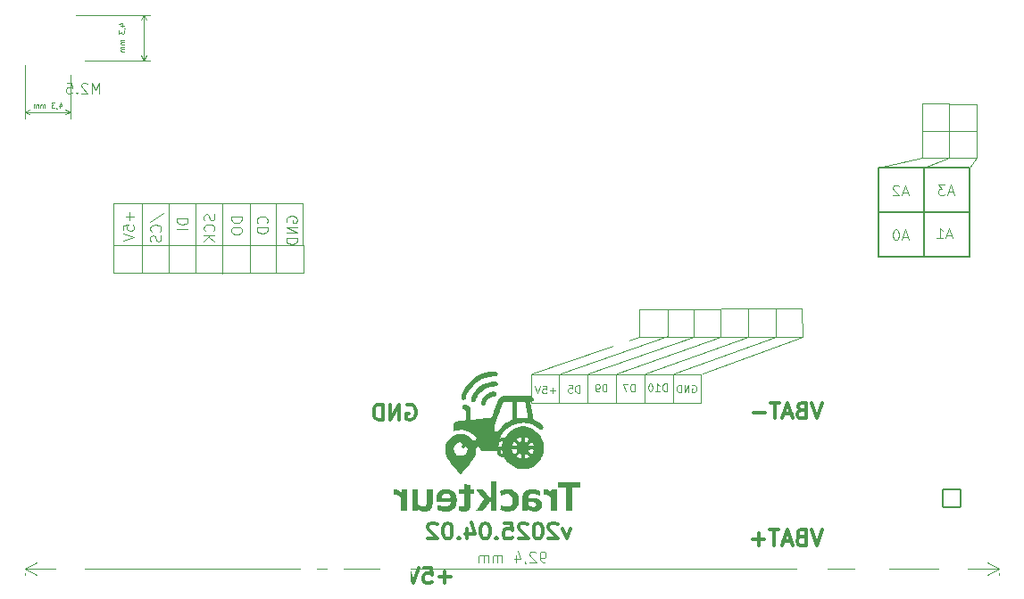
<source format=gbr>
G04 #@! TF.GenerationSoftware,KiCad,Pcbnew,7.0.11+dfsg-1build4*
G04 #@! TF.CreationDate,2025-04-23T09:40:31-04:00*
G04 #@! TF.ProjectId,trackteur_arduino_V1,74726163-6b74-4657-9572-5f6172647569,rev?*
G04 #@! TF.SameCoordinates,Original*
G04 #@! TF.FileFunction,Legend,Bot*
G04 #@! TF.FilePolarity,Positive*
%FSLAX46Y46*%
G04 Gerber Fmt 4.6, Leading zero omitted, Abs format (unit mm)*
G04 Created by KiCad (PCBNEW 7.0.11+dfsg-1build4) date 2025-04-23 09:40:31*
%MOMM*%
%LPD*%
G01*
G04 APERTURE LIST*
G04 Aperture macros list*
%AMRoundRect*
0 Rectangle with rounded corners*
0 $1 Rounding radius*
0 $2 $3 $4 $5 $6 $7 $8 $9 X,Y pos of 4 corners*
0 Add a 4 corners polygon primitive as box body*
4,1,4,$2,$3,$4,$5,$6,$7,$8,$9,$2,$3,0*
0 Add four circle primitives for the rounded corners*
1,1,$1+$1,$2,$3*
1,1,$1+$1,$4,$5*
1,1,$1+$1,$6,$7*
1,1,$1+$1,$8,$9*
0 Add four rect primitives between the rounded corners*
20,1,$1+$1,$2,$3,$4,$5,0*
20,1,$1+$1,$4,$5,$6,$7,0*
20,1,$1+$1,$6,$7,$8,$9,0*
20,1,$1+$1,$8,$9,$2,$3,0*%
G04 Aperture macros list end*
%ADD10C,0.100000*%
%ADD11C,0.200000*%
%ADD12C,0.300000*%
%ADD13R,1.700000X1.700000*%
%ADD14R,1.600000X1.600000*%
%ADD15O,1.600000X1.600000*%
%ADD16R,2.000000X1.905000*%
%ADD17O,2.000000X1.905000*%
%ADD18O,3.200000X3.200000*%
%ADD19R,3.200000X3.200000*%
%ADD20C,2.700000*%
%ADD21C,1.600000*%
%ADD22R,2.400000X2.400000*%
%ADD23O,2.400000X2.400000*%
%ADD24RoundRect,0.102000X0.825000X-0.825000X0.825000X0.825000X-0.825000X0.825000X-0.825000X-0.825000X0*%
%ADD25C,1.854000*%
%ADD26O,1.700000X1.700000*%
%ADD27R,1.500000X1.050000*%
%ADD28O,1.500000X1.050000*%
%ADD29R,3.000000X3.000000*%
G04 APERTURE END LIST*
D10*
X230478800Y-68207600D02*
X215086400Y-68309200D01*
X230529600Y-70900000D02*
X230478800Y-68207600D01*
X225348000Y-68258400D02*
X225348000Y-70900000D01*
X241858800Y-53898800D02*
X241858800Y-48717200D01*
X241858800Y-53898800D02*
X237744000Y-54813200D01*
X204776600Y-74456800D02*
X207469000Y-74456800D01*
X207469000Y-77200000D01*
X204776600Y-77200000D01*
X204776600Y-74456800D01*
X217728000Y-70849200D02*
X207568000Y-74405200D01*
X221030000Y-74405200D02*
X230529600Y-70900000D01*
D11*
X237744000Y-54813200D02*
X246380000Y-54813200D01*
X246380000Y-63246000D01*
X237744000Y-63246000D01*
X237744000Y-54813200D01*
D10*
X227989600Y-70900000D02*
X218337600Y-74405200D01*
X178110800Y-64842000D02*
X178110800Y-58238000D01*
X220217200Y-70900000D02*
X210260400Y-74405200D01*
X215035600Y-70900000D02*
X204875600Y-74405200D01*
D11*
X242062000Y-54813200D02*
X246380000Y-54813200D01*
X246380000Y-59029600D01*
X242062000Y-59029600D01*
X242062000Y-54813200D01*
D10*
X217728000Y-68258400D02*
X217728000Y-70849200D01*
X215086400Y-68309200D02*
X215035600Y-70900000D01*
X227989600Y-68207600D02*
X227989600Y-70900000D01*
X215546200Y-74456800D02*
X218238600Y-74456800D01*
X218238600Y-77200000D01*
X215546200Y-77200000D01*
X215546200Y-74456800D01*
X244475000Y-48742600D02*
X244449600Y-53898800D01*
X241858800Y-51308000D02*
X247065800Y-51333400D01*
X220217200Y-68258400D02*
X220217200Y-70900000D01*
X175520000Y-64892800D02*
X175520000Y-58288800D01*
X247040400Y-53898800D02*
X246380000Y-54813200D01*
X247040400Y-53898800D02*
X241858800Y-53898800D01*
X180600000Y-64791200D02*
X180600000Y-58187200D01*
X247091200Y-48768000D02*
X247040400Y-53898800D01*
X241858800Y-48717200D02*
X247091200Y-48768000D01*
X167900000Y-64791200D02*
X167900000Y-58187200D01*
X222782600Y-70900000D02*
X212952800Y-74405200D01*
X222782600Y-68258400D02*
X222782600Y-70900000D01*
X207469000Y-74456800D02*
X210161400Y-74456800D01*
X210161400Y-77200000D01*
X207469000Y-77200000D01*
X207469000Y-74456800D01*
X218238600Y-74456800D02*
X220931000Y-74456800D01*
X220931000Y-77200000D01*
X218238600Y-77200000D01*
X218238600Y-74456800D01*
X170440000Y-64791200D02*
X170440000Y-58187200D01*
X165156800Y-62149600D02*
X183190800Y-62149600D01*
X183190800Y-64842000D01*
X165156800Y-64842000D01*
X165156800Y-62149600D01*
X212853800Y-74456800D02*
X215546200Y-74456800D01*
X215546200Y-77200000D01*
X212853800Y-77200000D01*
X212853800Y-74456800D01*
X242062000Y-54813200D02*
X244449600Y-53898800D01*
X225348000Y-70900000D02*
X215645200Y-74405200D01*
X215035600Y-70900000D02*
X230529600Y-70900000D01*
X165156800Y-58238000D02*
X183140000Y-58238000D01*
X183140000Y-62149600D01*
X165156800Y-62149600D01*
X165156800Y-58238000D01*
X172980000Y-64842000D02*
X172980000Y-58238000D01*
X210161400Y-74456800D02*
X212853800Y-74456800D01*
X212853800Y-77200000D01*
X210161400Y-77200000D01*
X210161400Y-74456800D01*
D11*
X237744000Y-59029600D02*
X242062000Y-59029600D01*
X242062000Y-63246000D01*
X237744000Y-63246000D01*
X237744000Y-59029600D01*
D10*
X220077877Y-75477266D02*
X220144544Y-75443933D01*
X220144544Y-75443933D02*
X220244544Y-75443933D01*
X220244544Y-75443933D02*
X220344544Y-75477266D01*
X220344544Y-75477266D02*
X220411211Y-75543933D01*
X220411211Y-75543933D02*
X220444544Y-75610600D01*
X220444544Y-75610600D02*
X220477877Y-75743933D01*
X220477877Y-75743933D02*
X220477877Y-75843933D01*
X220477877Y-75843933D02*
X220444544Y-75977266D01*
X220444544Y-75977266D02*
X220411211Y-76043933D01*
X220411211Y-76043933D02*
X220344544Y-76110600D01*
X220344544Y-76110600D02*
X220244544Y-76143933D01*
X220244544Y-76143933D02*
X220177877Y-76143933D01*
X220177877Y-76143933D02*
X220077877Y-76110600D01*
X220077877Y-76110600D02*
X220044544Y-76077266D01*
X220044544Y-76077266D02*
X220044544Y-75843933D01*
X220044544Y-75843933D02*
X220177877Y-75843933D01*
X219744544Y-76143933D02*
X219744544Y-75443933D01*
X219744544Y-75443933D02*
X219344544Y-76143933D01*
X219344544Y-76143933D02*
X219344544Y-75443933D01*
X219011211Y-76143933D02*
X219011211Y-75443933D01*
X219011211Y-75443933D02*
X218844544Y-75443933D01*
X218844544Y-75443933D02*
X218744544Y-75477266D01*
X218744544Y-75477266D02*
X218677878Y-75543933D01*
X218677878Y-75543933D02*
X218644544Y-75610600D01*
X218644544Y-75610600D02*
X218611211Y-75743933D01*
X218611211Y-75743933D02*
X218611211Y-75843933D01*
X218611211Y-75843933D02*
X218644544Y-75977266D01*
X218644544Y-75977266D02*
X218677878Y-76043933D01*
X218677878Y-76043933D02*
X218744544Y-76110600D01*
X218744544Y-76110600D02*
X218844544Y-76143933D01*
X218844544Y-76143933D02*
X219011211Y-76143933D01*
X240535734Y-61410304D02*
X240059544Y-61410304D01*
X240630972Y-61696019D02*
X240297639Y-60696019D01*
X240297639Y-60696019D02*
X239964306Y-61696019D01*
X239440496Y-60696019D02*
X239345258Y-60696019D01*
X239345258Y-60696019D02*
X239250020Y-60743638D01*
X239250020Y-60743638D02*
X239202401Y-60791257D01*
X239202401Y-60791257D02*
X239154782Y-60886495D01*
X239154782Y-60886495D02*
X239107163Y-61076971D01*
X239107163Y-61076971D02*
X239107163Y-61315066D01*
X239107163Y-61315066D02*
X239154782Y-61505542D01*
X239154782Y-61505542D02*
X239202401Y-61600780D01*
X239202401Y-61600780D02*
X239250020Y-61648400D01*
X239250020Y-61648400D02*
X239345258Y-61696019D01*
X239345258Y-61696019D02*
X239440496Y-61696019D01*
X239440496Y-61696019D02*
X239535734Y-61648400D01*
X239535734Y-61648400D02*
X239583353Y-61600780D01*
X239583353Y-61600780D02*
X239630972Y-61505542D01*
X239630972Y-61505542D02*
X239678591Y-61315066D01*
X239678591Y-61315066D02*
X239678591Y-61076971D01*
X239678591Y-61076971D02*
X239630972Y-60886495D01*
X239630972Y-60886495D02*
X239583353Y-60791257D01*
X239583353Y-60791257D02*
X239535734Y-60743638D01*
X239535734Y-60743638D02*
X239440496Y-60696019D01*
X177373619Y-59507084D02*
X176373619Y-59507084D01*
X176373619Y-59507084D02*
X176373619Y-59745179D01*
X176373619Y-59745179D02*
X176421238Y-59888036D01*
X176421238Y-59888036D02*
X176516476Y-59983274D01*
X176516476Y-59983274D02*
X176611714Y-60030893D01*
X176611714Y-60030893D02*
X176802190Y-60078512D01*
X176802190Y-60078512D02*
X176945047Y-60078512D01*
X176945047Y-60078512D02*
X177135523Y-60030893D01*
X177135523Y-60030893D02*
X177230761Y-59983274D01*
X177230761Y-59983274D02*
X177326000Y-59888036D01*
X177326000Y-59888036D02*
X177373619Y-59745179D01*
X177373619Y-59745179D02*
X177373619Y-59507084D01*
X176373619Y-60697560D02*
X176373619Y-60888036D01*
X176373619Y-60888036D02*
X176421238Y-60983274D01*
X176421238Y-60983274D02*
X176516476Y-61078512D01*
X176516476Y-61078512D02*
X176706952Y-61126131D01*
X176706952Y-61126131D02*
X177040285Y-61126131D01*
X177040285Y-61126131D02*
X177230761Y-61078512D01*
X177230761Y-61078512D02*
X177326000Y-60983274D01*
X177326000Y-60983274D02*
X177373619Y-60888036D01*
X177373619Y-60888036D02*
X177373619Y-60697560D01*
X177373619Y-60697560D02*
X177326000Y-60602322D01*
X177326000Y-60602322D02*
X177230761Y-60507084D01*
X177230761Y-60507084D02*
X177040285Y-60459465D01*
X177040285Y-60459465D02*
X176706952Y-60459465D01*
X176706952Y-60459465D02*
X176516476Y-60507084D01*
X176516476Y-60507084D02*
X176421238Y-60602322D01*
X176421238Y-60602322D02*
X176373619Y-60697560D01*
X244701334Y-61257904D02*
X244225144Y-61257904D01*
X244796572Y-61543619D02*
X244463239Y-60543619D01*
X244463239Y-60543619D02*
X244129906Y-61543619D01*
X243272763Y-61543619D02*
X243844191Y-61543619D01*
X243558477Y-61543619D02*
X243558477Y-60543619D01*
X243558477Y-60543619D02*
X243653715Y-60686476D01*
X243653715Y-60686476D02*
X243748953Y-60781714D01*
X243748953Y-60781714D02*
X243844191Y-60829333D01*
D12*
X193020574Y-77366257D02*
X193163432Y-77294828D01*
X193163432Y-77294828D02*
X193377717Y-77294828D01*
X193377717Y-77294828D02*
X193592003Y-77366257D01*
X193592003Y-77366257D02*
X193734860Y-77509114D01*
X193734860Y-77509114D02*
X193806289Y-77651971D01*
X193806289Y-77651971D02*
X193877717Y-77937685D01*
X193877717Y-77937685D02*
X193877717Y-78151971D01*
X193877717Y-78151971D02*
X193806289Y-78437685D01*
X193806289Y-78437685D02*
X193734860Y-78580542D01*
X193734860Y-78580542D02*
X193592003Y-78723400D01*
X193592003Y-78723400D02*
X193377717Y-78794828D01*
X193377717Y-78794828D02*
X193234860Y-78794828D01*
X193234860Y-78794828D02*
X193020574Y-78723400D01*
X193020574Y-78723400D02*
X192949146Y-78651971D01*
X192949146Y-78651971D02*
X192949146Y-78151971D01*
X192949146Y-78151971D02*
X193234860Y-78151971D01*
X192306289Y-78794828D02*
X192306289Y-77294828D01*
X192306289Y-77294828D02*
X191449146Y-78794828D01*
X191449146Y-78794828D02*
X191449146Y-77294828D01*
X190734860Y-78794828D02*
X190734860Y-77294828D01*
X190734860Y-77294828D02*
X190377717Y-77294828D01*
X190377717Y-77294828D02*
X190163431Y-77366257D01*
X190163431Y-77366257D02*
X190020574Y-77509114D01*
X190020574Y-77509114D02*
X189949145Y-77651971D01*
X189949145Y-77651971D02*
X189877717Y-77937685D01*
X189877717Y-77937685D02*
X189877717Y-78151971D01*
X189877717Y-78151971D02*
X189949145Y-78437685D01*
X189949145Y-78437685D02*
X190020574Y-78580542D01*
X190020574Y-78580542D02*
X190163431Y-78723400D01*
X190163431Y-78723400D02*
X190377717Y-78794828D01*
X190377717Y-78794828D02*
X190734860Y-78794828D01*
D10*
X163816115Y-47772419D02*
X163816115Y-46772419D01*
X163816115Y-46772419D02*
X163482782Y-47486704D01*
X163482782Y-47486704D02*
X163149449Y-46772419D01*
X163149449Y-46772419D02*
X163149449Y-47772419D01*
X162720877Y-46867657D02*
X162673258Y-46820038D01*
X162673258Y-46820038D02*
X162578020Y-46772419D01*
X162578020Y-46772419D02*
X162339925Y-46772419D01*
X162339925Y-46772419D02*
X162244687Y-46820038D01*
X162244687Y-46820038D02*
X162197068Y-46867657D01*
X162197068Y-46867657D02*
X162149449Y-46962895D01*
X162149449Y-46962895D02*
X162149449Y-47058133D01*
X162149449Y-47058133D02*
X162197068Y-47200990D01*
X162197068Y-47200990D02*
X162768496Y-47772419D01*
X162768496Y-47772419D02*
X162149449Y-47772419D01*
X161720877Y-47677180D02*
X161673258Y-47724800D01*
X161673258Y-47724800D02*
X161720877Y-47772419D01*
X161720877Y-47772419D02*
X161768496Y-47724800D01*
X161768496Y-47724800D02*
X161720877Y-47677180D01*
X161720877Y-47677180D02*
X161720877Y-47772419D01*
X160768497Y-46772419D02*
X161244687Y-46772419D01*
X161244687Y-46772419D02*
X161292306Y-47248609D01*
X161292306Y-47248609D02*
X161244687Y-47200990D01*
X161244687Y-47200990D02*
X161149449Y-47153371D01*
X161149449Y-47153371D02*
X160911354Y-47153371D01*
X160911354Y-47153371D02*
X160816116Y-47200990D01*
X160816116Y-47200990D02*
X160768497Y-47248609D01*
X160768497Y-47248609D02*
X160720878Y-47343847D01*
X160720878Y-47343847D02*
X160720878Y-47581942D01*
X160720878Y-47581942D02*
X160768497Y-47677180D01*
X160768497Y-47677180D02*
X160816116Y-47724800D01*
X160816116Y-47724800D02*
X160911354Y-47772419D01*
X160911354Y-47772419D02*
X161149449Y-47772419D01*
X161149449Y-47772419D02*
X161244687Y-47724800D01*
X161244687Y-47724800D02*
X161292306Y-47677180D01*
X166731066Y-59049884D02*
X166731066Y-59811789D01*
X167112019Y-59430836D02*
X166350114Y-59430836D01*
X166112019Y-60764169D02*
X166112019Y-60287979D01*
X166112019Y-60287979D02*
X166588209Y-60240360D01*
X166588209Y-60240360D02*
X166540590Y-60287979D01*
X166540590Y-60287979D02*
X166492971Y-60383217D01*
X166492971Y-60383217D02*
X166492971Y-60621312D01*
X166492971Y-60621312D02*
X166540590Y-60716550D01*
X166540590Y-60716550D02*
X166588209Y-60764169D01*
X166588209Y-60764169D02*
X166683447Y-60811788D01*
X166683447Y-60811788D02*
X166921542Y-60811788D01*
X166921542Y-60811788D02*
X167016780Y-60764169D01*
X167016780Y-60764169D02*
X167064400Y-60716550D01*
X167064400Y-60716550D02*
X167112019Y-60621312D01*
X167112019Y-60621312D02*
X167112019Y-60383217D01*
X167112019Y-60383217D02*
X167064400Y-60287979D01*
X167064400Y-60287979D02*
X167016780Y-60240360D01*
X166112019Y-61097503D02*
X167112019Y-61430836D01*
X167112019Y-61430836D02*
X166112019Y-61764169D01*
D12*
X232425374Y-77142428D02*
X231925374Y-78642428D01*
X231925374Y-78642428D02*
X231425374Y-77142428D01*
X230425375Y-77856714D02*
X230211089Y-77928142D01*
X230211089Y-77928142D02*
X230139660Y-77999571D01*
X230139660Y-77999571D02*
X230068232Y-78142428D01*
X230068232Y-78142428D02*
X230068232Y-78356714D01*
X230068232Y-78356714D02*
X230139660Y-78499571D01*
X230139660Y-78499571D02*
X230211089Y-78571000D01*
X230211089Y-78571000D02*
X230353946Y-78642428D01*
X230353946Y-78642428D02*
X230925375Y-78642428D01*
X230925375Y-78642428D02*
X230925375Y-77142428D01*
X230925375Y-77142428D02*
X230425375Y-77142428D01*
X230425375Y-77142428D02*
X230282518Y-77213857D01*
X230282518Y-77213857D02*
X230211089Y-77285285D01*
X230211089Y-77285285D02*
X230139660Y-77428142D01*
X230139660Y-77428142D02*
X230139660Y-77571000D01*
X230139660Y-77571000D02*
X230211089Y-77713857D01*
X230211089Y-77713857D02*
X230282518Y-77785285D01*
X230282518Y-77785285D02*
X230425375Y-77856714D01*
X230425375Y-77856714D02*
X230925375Y-77856714D01*
X229496803Y-78213857D02*
X228782518Y-78213857D01*
X229639660Y-78642428D02*
X229139660Y-77142428D01*
X229139660Y-77142428D02*
X228639660Y-78642428D01*
X228353946Y-77142428D02*
X227496804Y-77142428D01*
X227925375Y-78642428D02*
X227925375Y-77142428D01*
X226996804Y-78071000D02*
X225853947Y-78071000D01*
D10*
X240535734Y-57193904D02*
X240059544Y-57193904D01*
X240630972Y-57479619D02*
X240297639Y-56479619D01*
X240297639Y-56479619D02*
X239964306Y-57479619D01*
X239678591Y-56574857D02*
X239630972Y-56527238D01*
X239630972Y-56527238D02*
X239535734Y-56479619D01*
X239535734Y-56479619D02*
X239297639Y-56479619D01*
X239297639Y-56479619D02*
X239202401Y-56527238D01*
X239202401Y-56527238D02*
X239154782Y-56574857D01*
X239154782Y-56574857D02*
X239107163Y-56670095D01*
X239107163Y-56670095D02*
X239107163Y-56765333D01*
X239107163Y-56765333D02*
X239154782Y-56908190D01*
X239154782Y-56908190D02*
X239726210Y-57479619D01*
X239726210Y-57479619D02*
X239107163Y-57479619D01*
D12*
X232374574Y-89182028D02*
X231874574Y-90682028D01*
X231874574Y-90682028D02*
X231374574Y-89182028D01*
X230374575Y-89896314D02*
X230160289Y-89967742D01*
X230160289Y-89967742D02*
X230088860Y-90039171D01*
X230088860Y-90039171D02*
X230017432Y-90182028D01*
X230017432Y-90182028D02*
X230017432Y-90396314D01*
X230017432Y-90396314D02*
X230088860Y-90539171D01*
X230088860Y-90539171D02*
X230160289Y-90610600D01*
X230160289Y-90610600D02*
X230303146Y-90682028D01*
X230303146Y-90682028D02*
X230874575Y-90682028D01*
X230874575Y-90682028D02*
X230874575Y-89182028D01*
X230874575Y-89182028D02*
X230374575Y-89182028D01*
X230374575Y-89182028D02*
X230231718Y-89253457D01*
X230231718Y-89253457D02*
X230160289Y-89324885D01*
X230160289Y-89324885D02*
X230088860Y-89467742D01*
X230088860Y-89467742D02*
X230088860Y-89610600D01*
X230088860Y-89610600D02*
X230160289Y-89753457D01*
X230160289Y-89753457D02*
X230231718Y-89824885D01*
X230231718Y-89824885D02*
X230374575Y-89896314D01*
X230374575Y-89896314D02*
X230874575Y-89896314D01*
X229446003Y-90253457D02*
X228731718Y-90253457D01*
X229588860Y-90682028D02*
X229088860Y-89182028D01*
X229088860Y-89182028D02*
X228588860Y-90682028D01*
X228303146Y-89182028D02*
X227446004Y-89182028D01*
X227874575Y-90682028D02*
X227874575Y-89182028D01*
X226946004Y-90110600D02*
X225803147Y-90110600D01*
X226374575Y-90682028D02*
X226374575Y-89539171D01*
X208528746Y-89072428D02*
X208171603Y-90072428D01*
X208171603Y-90072428D02*
X207814460Y-89072428D01*
X207314460Y-88715285D02*
X207243032Y-88643857D01*
X207243032Y-88643857D02*
X207100175Y-88572428D01*
X207100175Y-88572428D02*
X206743032Y-88572428D01*
X206743032Y-88572428D02*
X206600175Y-88643857D01*
X206600175Y-88643857D02*
X206528746Y-88715285D01*
X206528746Y-88715285D02*
X206457317Y-88858142D01*
X206457317Y-88858142D02*
X206457317Y-89001000D01*
X206457317Y-89001000D02*
X206528746Y-89215285D01*
X206528746Y-89215285D02*
X207385889Y-90072428D01*
X207385889Y-90072428D02*
X206457317Y-90072428D01*
X205528746Y-88572428D02*
X205385889Y-88572428D01*
X205385889Y-88572428D02*
X205243032Y-88643857D01*
X205243032Y-88643857D02*
X205171604Y-88715285D01*
X205171604Y-88715285D02*
X205100175Y-88858142D01*
X205100175Y-88858142D02*
X205028746Y-89143857D01*
X205028746Y-89143857D02*
X205028746Y-89501000D01*
X205028746Y-89501000D02*
X205100175Y-89786714D01*
X205100175Y-89786714D02*
X205171604Y-89929571D01*
X205171604Y-89929571D02*
X205243032Y-90001000D01*
X205243032Y-90001000D02*
X205385889Y-90072428D01*
X205385889Y-90072428D02*
X205528746Y-90072428D01*
X205528746Y-90072428D02*
X205671604Y-90001000D01*
X205671604Y-90001000D02*
X205743032Y-89929571D01*
X205743032Y-89929571D02*
X205814461Y-89786714D01*
X205814461Y-89786714D02*
X205885889Y-89501000D01*
X205885889Y-89501000D02*
X205885889Y-89143857D01*
X205885889Y-89143857D02*
X205814461Y-88858142D01*
X205814461Y-88858142D02*
X205743032Y-88715285D01*
X205743032Y-88715285D02*
X205671604Y-88643857D01*
X205671604Y-88643857D02*
X205528746Y-88572428D01*
X204457318Y-88715285D02*
X204385890Y-88643857D01*
X204385890Y-88643857D02*
X204243033Y-88572428D01*
X204243033Y-88572428D02*
X203885890Y-88572428D01*
X203885890Y-88572428D02*
X203743033Y-88643857D01*
X203743033Y-88643857D02*
X203671604Y-88715285D01*
X203671604Y-88715285D02*
X203600175Y-88858142D01*
X203600175Y-88858142D02*
X203600175Y-89001000D01*
X203600175Y-89001000D02*
X203671604Y-89215285D01*
X203671604Y-89215285D02*
X204528747Y-90072428D01*
X204528747Y-90072428D02*
X203600175Y-90072428D01*
X202243033Y-88572428D02*
X202957319Y-88572428D01*
X202957319Y-88572428D02*
X203028747Y-89286714D01*
X203028747Y-89286714D02*
X202957319Y-89215285D01*
X202957319Y-89215285D02*
X202814462Y-89143857D01*
X202814462Y-89143857D02*
X202457319Y-89143857D01*
X202457319Y-89143857D02*
X202314462Y-89215285D01*
X202314462Y-89215285D02*
X202243033Y-89286714D01*
X202243033Y-89286714D02*
X202171604Y-89429571D01*
X202171604Y-89429571D02*
X202171604Y-89786714D01*
X202171604Y-89786714D02*
X202243033Y-89929571D01*
X202243033Y-89929571D02*
X202314462Y-90001000D01*
X202314462Y-90001000D02*
X202457319Y-90072428D01*
X202457319Y-90072428D02*
X202814462Y-90072428D01*
X202814462Y-90072428D02*
X202957319Y-90001000D01*
X202957319Y-90001000D02*
X203028747Y-89929571D01*
X201528748Y-89929571D02*
X201457319Y-90001000D01*
X201457319Y-90001000D02*
X201528748Y-90072428D01*
X201528748Y-90072428D02*
X201600176Y-90001000D01*
X201600176Y-90001000D02*
X201528748Y-89929571D01*
X201528748Y-89929571D02*
X201528748Y-90072428D01*
X200528747Y-88572428D02*
X200385890Y-88572428D01*
X200385890Y-88572428D02*
X200243033Y-88643857D01*
X200243033Y-88643857D02*
X200171605Y-88715285D01*
X200171605Y-88715285D02*
X200100176Y-88858142D01*
X200100176Y-88858142D02*
X200028747Y-89143857D01*
X200028747Y-89143857D02*
X200028747Y-89501000D01*
X200028747Y-89501000D02*
X200100176Y-89786714D01*
X200100176Y-89786714D02*
X200171605Y-89929571D01*
X200171605Y-89929571D02*
X200243033Y-90001000D01*
X200243033Y-90001000D02*
X200385890Y-90072428D01*
X200385890Y-90072428D02*
X200528747Y-90072428D01*
X200528747Y-90072428D02*
X200671605Y-90001000D01*
X200671605Y-90001000D02*
X200743033Y-89929571D01*
X200743033Y-89929571D02*
X200814462Y-89786714D01*
X200814462Y-89786714D02*
X200885890Y-89501000D01*
X200885890Y-89501000D02*
X200885890Y-89143857D01*
X200885890Y-89143857D02*
X200814462Y-88858142D01*
X200814462Y-88858142D02*
X200743033Y-88715285D01*
X200743033Y-88715285D02*
X200671605Y-88643857D01*
X200671605Y-88643857D02*
X200528747Y-88572428D01*
X198743034Y-89072428D02*
X198743034Y-90072428D01*
X199100176Y-88501000D02*
X199457319Y-89572428D01*
X199457319Y-89572428D02*
X198528748Y-89572428D01*
X197957320Y-89929571D02*
X197885891Y-90001000D01*
X197885891Y-90001000D02*
X197957320Y-90072428D01*
X197957320Y-90072428D02*
X198028748Y-90001000D01*
X198028748Y-90001000D02*
X197957320Y-89929571D01*
X197957320Y-89929571D02*
X197957320Y-90072428D01*
X196957319Y-88572428D02*
X196814462Y-88572428D01*
X196814462Y-88572428D02*
X196671605Y-88643857D01*
X196671605Y-88643857D02*
X196600177Y-88715285D01*
X196600177Y-88715285D02*
X196528748Y-88858142D01*
X196528748Y-88858142D02*
X196457319Y-89143857D01*
X196457319Y-89143857D02*
X196457319Y-89501000D01*
X196457319Y-89501000D02*
X196528748Y-89786714D01*
X196528748Y-89786714D02*
X196600177Y-89929571D01*
X196600177Y-89929571D02*
X196671605Y-90001000D01*
X196671605Y-90001000D02*
X196814462Y-90072428D01*
X196814462Y-90072428D02*
X196957319Y-90072428D01*
X196957319Y-90072428D02*
X197100177Y-90001000D01*
X197100177Y-90001000D02*
X197171605Y-89929571D01*
X197171605Y-89929571D02*
X197243034Y-89786714D01*
X197243034Y-89786714D02*
X197314462Y-89501000D01*
X197314462Y-89501000D02*
X197314462Y-89143857D01*
X197314462Y-89143857D02*
X197243034Y-88858142D01*
X197243034Y-88858142D02*
X197171605Y-88715285D01*
X197171605Y-88715285D02*
X197100177Y-88643857D01*
X197100177Y-88643857D02*
X196957319Y-88572428D01*
X195885891Y-88715285D02*
X195814463Y-88643857D01*
X195814463Y-88643857D02*
X195671606Y-88572428D01*
X195671606Y-88572428D02*
X195314463Y-88572428D01*
X195314463Y-88572428D02*
X195171606Y-88643857D01*
X195171606Y-88643857D02*
X195100177Y-88715285D01*
X195100177Y-88715285D02*
X195028748Y-88858142D01*
X195028748Y-88858142D02*
X195028748Y-89001000D01*
X195028748Y-89001000D02*
X195100177Y-89215285D01*
X195100177Y-89215285D02*
X195957320Y-90072428D01*
X195957320Y-90072428D02*
X195028748Y-90072428D01*
D10*
X217650544Y-76042333D02*
X217650544Y-75342333D01*
X217650544Y-75342333D02*
X217483877Y-75342333D01*
X217483877Y-75342333D02*
X217383877Y-75375666D01*
X217383877Y-75375666D02*
X217317211Y-75442333D01*
X217317211Y-75442333D02*
X217283877Y-75509000D01*
X217283877Y-75509000D02*
X217250544Y-75642333D01*
X217250544Y-75642333D02*
X217250544Y-75742333D01*
X217250544Y-75742333D02*
X217283877Y-75875666D01*
X217283877Y-75875666D02*
X217317211Y-75942333D01*
X217317211Y-75942333D02*
X217383877Y-76009000D01*
X217383877Y-76009000D02*
X217483877Y-76042333D01*
X217483877Y-76042333D02*
X217650544Y-76042333D01*
X216583877Y-76042333D02*
X216983877Y-76042333D01*
X216783877Y-76042333D02*
X216783877Y-75342333D01*
X216783877Y-75342333D02*
X216850544Y-75442333D01*
X216850544Y-75442333D02*
X216917211Y-75509000D01*
X216917211Y-75509000D02*
X216983877Y-75542333D01*
X216150544Y-75342333D02*
X216083877Y-75342333D01*
X216083877Y-75342333D02*
X216017210Y-75375666D01*
X216017210Y-75375666D02*
X215983877Y-75409000D01*
X215983877Y-75409000D02*
X215950544Y-75475666D01*
X215950544Y-75475666D02*
X215917210Y-75609000D01*
X215917210Y-75609000D02*
X215917210Y-75775666D01*
X215917210Y-75775666D02*
X215950544Y-75909000D01*
X215950544Y-75909000D02*
X215983877Y-75975666D01*
X215983877Y-75975666D02*
X216017210Y-76009000D01*
X216017210Y-76009000D02*
X216083877Y-76042333D01*
X216083877Y-76042333D02*
X216150544Y-76042333D01*
X216150544Y-76042333D02*
X216217210Y-76009000D01*
X216217210Y-76009000D02*
X216250544Y-75975666D01*
X216250544Y-75975666D02*
X216283877Y-75909000D01*
X216283877Y-75909000D02*
X216317210Y-75775666D01*
X216317210Y-75775666D02*
X216317210Y-75609000D01*
X216317210Y-75609000D02*
X216283877Y-75475666D01*
X216283877Y-75475666D02*
X216250544Y-75409000D01*
X216250544Y-75409000D02*
X216217210Y-75375666D01*
X216217210Y-75375666D02*
X216150544Y-75342333D01*
X207084144Y-75978866D02*
X206550811Y-75978866D01*
X206817477Y-76245533D02*
X206817477Y-75712200D01*
X205884144Y-75545533D02*
X206217477Y-75545533D01*
X206217477Y-75545533D02*
X206250810Y-75878866D01*
X206250810Y-75878866D02*
X206217477Y-75845533D01*
X206217477Y-75845533D02*
X206150810Y-75812200D01*
X206150810Y-75812200D02*
X205984144Y-75812200D01*
X205984144Y-75812200D02*
X205917477Y-75845533D01*
X205917477Y-75845533D02*
X205884144Y-75878866D01*
X205884144Y-75878866D02*
X205850810Y-75945533D01*
X205850810Y-75945533D02*
X205850810Y-76112200D01*
X205850810Y-76112200D02*
X205884144Y-76178866D01*
X205884144Y-76178866D02*
X205917477Y-76212200D01*
X205917477Y-76212200D02*
X205984144Y-76245533D01*
X205984144Y-76245533D02*
X206150810Y-76245533D01*
X206150810Y-76245533D02*
X206217477Y-76212200D01*
X206217477Y-76212200D02*
X206250810Y-76178866D01*
X205650810Y-75545533D02*
X205417477Y-76245533D01*
X205417477Y-76245533D02*
X205184143Y-75545533D01*
D12*
X197209889Y-93717400D02*
X196067032Y-93717400D01*
X196638460Y-94288828D02*
X196638460Y-93145971D01*
X194638460Y-92788828D02*
X195352746Y-92788828D01*
X195352746Y-92788828D02*
X195424174Y-93503114D01*
X195424174Y-93503114D02*
X195352746Y-93431685D01*
X195352746Y-93431685D02*
X195209889Y-93360257D01*
X195209889Y-93360257D02*
X194852746Y-93360257D01*
X194852746Y-93360257D02*
X194709889Y-93431685D01*
X194709889Y-93431685D02*
X194638460Y-93503114D01*
X194638460Y-93503114D02*
X194567031Y-93645971D01*
X194567031Y-93645971D02*
X194567031Y-94003114D01*
X194567031Y-94003114D02*
X194638460Y-94145971D01*
X194638460Y-94145971D02*
X194709889Y-94217400D01*
X194709889Y-94217400D02*
X194852746Y-94288828D01*
X194852746Y-94288828D02*
X195209889Y-94288828D01*
X195209889Y-94288828D02*
X195352746Y-94217400D01*
X195352746Y-94217400D02*
X195424174Y-94145971D01*
X194138460Y-92788828D02*
X193638460Y-94288828D01*
X193638460Y-94288828D02*
X193138460Y-92788828D01*
D10*
X214602544Y-76093133D02*
X214602544Y-75393133D01*
X214602544Y-75393133D02*
X214435877Y-75393133D01*
X214435877Y-75393133D02*
X214335877Y-75426466D01*
X214335877Y-75426466D02*
X214269211Y-75493133D01*
X214269211Y-75493133D02*
X214235877Y-75559800D01*
X214235877Y-75559800D02*
X214202544Y-75693133D01*
X214202544Y-75693133D02*
X214202544Y-75793133D01*
X214202544Y-75793133D02*
X214235877Y-75926466D01*
X214235877Y-75926466D02*
X214269211Y-75993133D01*
X214269211Y-75993133D02*
X214335877Y-76059800D01*
X214335877Y-76059800D02*
X214435877Y-76093133D01*
X214435877Y-76093133D02*
X214602544Y-76093133D01*
X213969211Y-75393133D02*
X213502544Y-75393133D01*
X213502544Y-75393133D02*
X213802544Y-76093133D01*
X172242819Y-59659484D02*
X171242819Y-59659484D01*
X171242819Y-59659484D02*
X171242819Y-59897579D01*
X171242819Y-59897579D02*
X171290438Y-60040436D01*
X171290438Y-60040436D02*
X171385676Y-60135674D01*
X171385676Y-60135674D02*
X171480914Y-60183293D01*
X171480914Y-60183293D02*
X171671390Y-60230912D01*
X171671390Y-60230912D02*
X171814247Y-60230912D01*
X171814247Y-60230912D02*
X172004723Y-60183293D01*
X172004723Y-60183293D02*
X172099961Y-60135674D01*
X172099961Y-60135674D02*
X172195200Y-60040436D01*
X172195200Y-60040436D02*
X172242819Y-59897579D01*
X172242819Y-59897579D02*
X172242819Y-59659484D01*
X172242819Y-60659484D02*
X171242819Y-60659484D01*
X211960944Y-76093133D02*
X211960944Y-75393133D01*
X211960944Y-75393133D02*
X211794277Y-75393133D01*
X211794277Y-75393133D02*
X211694277Y-75426466D01*
X211694277Y-75426466D02*
X211627611Y-75493133D01*
X211627611Y-75493133D02*
X211594277Y-75559800D01*
X211594277Y-75559800D02*
X211560944Y-75693133D01*
X211560944Y-75693133D02*
X211560944Y-75793133D01*
X211560944Y-75793133D02*
X211594277Y-75926466D01*
X211594277Y-75926466D02*
X211627611Y-75993133D01*
X211627611Y-75993133D02*
X211694277Y-76059800D01*
X211694277Y-76059800D02*
X211794277Y-76093133D01*
X211794277Y-76093133D02*
X211960944Y-76093133D01*
X211227611Y-76093133D02*
X211094277Y-76093133D01*
X211094277Y-76093133D02*
X211027611Y-76059800D01*
X211027611Y-76059800D02*
X210994277Y-76026466D01*
X210994277Y-76026466D02*
X210927611Y-75926466D01*
X210927611Y-75926466D02*
X210894277Y-75793133D01*
X210894277Y-75793133D02*
X210894277Y-75526466D01*
X210894277Y-75526466D02*
X210927611Y-75459800D01*
X210927611Y-75459800D02*
X210960944Y-75426466D01*
X210960944Y-75426466D02*
X211027611Y-75393133D01*
X211027611Y-75393133D02*
X211160944Y-75393133D01*
X211160944Y-75393133D02*
X211227611Y-75426466D01*
X211227611Y-75426466D02*
X211260944Y-75459800D01*
X211260944Y-75459800D02*
X211294277Y-75526466D01*
X211294277Y-75526466D02*
X211294277Y-75693133D01*
X211294277Y-75693133D02*
X211260944Y-75759800D01*
X211260944Y-75759800D02*
X211227611Y-75793133D01*
X211227611Y-75793133D02*
X211160944Y-75826466D01*
X211160944Y-75826466D02*
X211027611Y-75826466D01*
X211027611Y-75826466D02*
X210960944Y-75793133D01*
X210960944Y-75793133D02*
X210927611Y-75759800D01*
X210927611Y-75759800D02*
X210894277Y-75693133D01*
X179716780Y-60078512D02*
X179764400Y-60030893D01*
X179764400Y-60030893D02*
X179812019Y-59888036D01*
X179812019Y-59888036D02*
X179812019Y-59792798D01*
X179812019Y-59792798D02*
X179764400Y-59649941D01*
X179764400Y-59649941D02*
X179669161Y-59554703D01*
X179669161Y-59554703D02*
X179573923Y-59507084D01*
X179573923Y-59507084D02*
X179383447Y-59459465D01*
X179383447Y-59459465D02*
X179240590Y-59459465D01*
X179240590Y-59459465D02*
X179050114Y-59507084D01*
X179050114Y-59507084D02*
X178954876Y-59554703D01*
X178954876Y-59554703D02*
X178859638Y-59649941D01*
X178859638Y-59649941D02*
X178812019Y-59792798D01*
X178812019Y-59792798D02*
X178812019Y-59888036D01*
X178812019Y-59888036D02*
X178859638Y-60030893D01*
X178859638Y-60030893D02*
X178907257Y-60078512D01*
X179812019Y-60507084D02*
X178812019Y-60507084D01*
X178812019Y-60507084D02*
X178812019Y-60745179D01*
X178812019Y-60745179D02*
X178859638Y-60888036D01*
X178859638Y-60888036D02*
X178954876Y-60983274D01*
X178954876Y-60983274D02*
X179050114Y-61030893D01*
X179050114Y-61030893D02*
X179240590Y-61078512D01*
X179240590Y-61078512D02*
X179383447Y-61078512D01*
X179383447Y-61078512D02*
X179573923Y-61030893D01*
X179573923Y-61030893D02*
X179669161Y-60983274D01*
X179669161Y-60983274D02*
X179764400Y-60888036D01*
X179764400Y-60888036D02*
X179812019Y-60745179D01*
X179812019Y-60745179D02*
X179812019Y-60507084D01*
X168655200Y-59967369D02*
X169940914Y-59110227D01*
X169607580Y-60872131D02*
X169655200Y-60824512D01*
X169655200Y-60824512D02*
X169702819Y-60681655D01*
X169702819Y-60681655D02*
X169702819Y-60586417D01*
X169702819Y-60586417D02*
X169655200Y-60443560D01*
X169655200Y-60443560D02*
X169559961Y-60348322D01*
X169559961Y-60348322D02*
X169464723Y-60300703D01*
X169464723Y-60300703D02*
X169274247Y-60253084D01*
X169274247Y-60253084D02*
X169131390Y-60253084D01*
X169131390Y-60253084D02*
X168940914Y-60300703D01*
X168940914Y-60300703D02*
X168845676Y-60348322D01*
X168845676Y-60348322D02*
X168750438Y-60443560D01*
X168750438Y-60443560D02*
X168702819Y-60586417D01*
X168702819Y-60586417D02*
X168702819Y-60681655D01*
X168702819Y-60681655D02*
X168750438Y-60824512D01*
X168750438Y-60824512D02*
X168798057Y-60872131D01*
X169655200Y-61253084D02*
X169702819Y-61395941D01*
X169702819Y-61395941D02*
X169702819Y-61634036D01*
X169702819Y-61634036D02*
X169655200Y-61729274D01*
X169655200Y-61729274D02*
X169607580Y-61776893D01*
X169607580Y-61776893D02*
X169512342Y-61824512D01*
X169512342Y-61824512D02*
X169417104Y-61824512D01*
X169417104Y-61824512D02*
X169321866Y-61776893D01*
X169321866Y-61776893D02*
X169274247Y-61729274D01*
X169274247Y-61729274D02*
X169226628Y-61634036D01*
X169226628Y-61634036D02*
X169179009Y-61443560D01*
X169179009Y-61443560D02*
X169131390Y-61348322D01*
X169131390Y-61348322D02*
X169083771Y-61300703D01*
X169083771Y-61300703D02*
X168988533Y-61253084D01*
X168988533Y-61253084D02*
X168893295Y-61253084D01*
X168893295Y-61253084D02*
X168798057Y-61300703D01*
X168798057Y-61300703D02*
X168750438Y-61348322D01*
X168750438Y-61348322D02*
X168702819Y-61443560D01*
X168702819Y-61443560D02*
X168702819Y-61681655D01*
X168702819Y-61681655D02*
X168750438Y-61824512D01*
X174735200Y-59256265D02*
X174782819Y-59399122D01*
X174782819Y-59399122D02*
X174782819Y-59637217D01*
X174782819Y-59637217D02*
X174735200Y-59732455D01*
X174735200Y-59732455D02*
X174687580Y-59780074D01*
X174687580Y-59780074D02*
X174592342Y-59827693D01*
X174592342Y-59827693D02*
X174497104Y-59827693D01*
X174497104Y-59827693D02*
X174401866Y-59780074D01*
X174401866Y-59780074D02*
X174354247Y-59732455D01*
X174354247Y-59732455D02*
X174306628Y-59637217D01*
X174306628Y-59637217D02*
X174259009Y-59446741D01*
X174259009Y-59446741D02*
X174211390Y-59351503D01*
X174211390Y-59351503D02*
X174163771Y-59303884D01*
X174163771Y-59303884D02*
X174068533Y-59256265D01*
X174068533Y-59256265D02*
X173973295Y-59256265D01*
X173973295Y-59256265D02*
X173878057Y-59303884D01*
X173878057Y-59303884D02*
X173830438Y-59351503D01*
X173830438Y-59351503D02*
X173782819Y-59446741D01*
X173782819Y-59446741D02*
X173782819Y-59684836D01*
X173782819Y-59684836D02*
X173830438Y-59827693D01*
X174687580Y-60827693D02*
X174735200Y-60780074D01*
X174735200Y-60780074D02*
X174782819Y-60637217D01*
X174782819Y-60637217D02*
X174782819Y-60541979D01*
X174782819Y-60541979D02*
X174735200Y-60399122D01*
X174735200Y-60399122D02*
X174639961Y-60303884D01*
X174639961Y-60303884D02*
X174544723Y-60256265D01*
X174544723Y-60256265D02*
X174354247Y-60208646D01*
X174354247Y-60208646D02*
X174211390Y-60208646D01*
X174211390Y-60208646D02*
X174020914Y-60256265D01*
X174020914Y-60256265D02*
X173925676Y-60303884D01*
X173925676Y-60303884D02*
X173830438Y-60399122D01*
X173830438Y-60399122D02*
X173782819Y-60541979D01*
X173782819Y-60541979D02*
X173782819Y-60637217D01*
X173782819Y-60637217D02*
X173830438Y-60780074D01*
X173830438Y-60780074D02*
X173878057Y-60827693D01*
X174782819Y-61256265D02*
X173782819Y-61256265D01*
X174782819Y-61827693D02*
X174211390Y-61399122D01*
X173782819Y-61827693D02*
X174354247Y-61256265D01*
X244853734Y-57143104D02*
X244377544Y-57143104D01*
X244948972Y-57428819D02*
X244615639Y-56428819D01*
X244615639Y-56428819D02*
X244282306Y-57428819D01*
X244044210Y-56428819D02*
X243425163Y-56428819D01*
X243425163Y-56428819D02*
X243758496Y-56809771D01*
X243758496Y-56809771D02*
X243615639Y-56809771D01*
X243615639Y-56809771D02*
X243520401Y-56857390D01*
X243520401Y-56857390D02*
X243472782Y-56905009D01*
X243472782Y-56905009D02*
X243425163Y-57000247D01*
X243425163Y-57000247D02*
X243425163Y-57238342D01*
X243425163Y-57238342D02*
X243472782Y-57333580D01*
X243472782Y-57333580D02*
X243520401Y-57381200D01*
X243520401Y-57381200D02*
X243615639Y-57428819D01*
X243615639Y-57428819D02*
X243901353Y-57428819D01*
X243901353Y-57428819D02*
X243996591Y-57381200D01*
X243996591Y-57381200D02*
X244044210Y-57333580D01*
X181653638Y-59980093D02*
X181606019Y-59884855D01*
X181606019Y-59884855D02*
X181606019Y-59741998D01*
X181606019Y-59741998D02*
X181653638Y-59599141D01*
X181653638Y-59599141D02*
X181748876Y-59503903D01*
X181748876Y-59503903D02*
X181844114Y-59456284D01*
X181844114Y-59456284D02*
X182034590Y-59408665D01*
X182034590Y-59408665D02*
X182177447Y-59408665D01*
X182177447Y-59408665D02*
X182367923Y-59456284D01*
X182367923Y-59456284D02*
X182463161Y-59503903D01*
X182463161Y-59503903D02*
X182558400Y-59599141D01*
X182558400Y-59599141D02*
X182606019Y-59741998D01*
X182606019Y-59741998D02*
X182606019Y-59837236D01*
X182606019Y-59837236D02*
X182558400Y-59980093D01*
X182558400Y-59980093D02*
X182510780Y-60027712D01*
X182510780Y-60027712D02*
X182177447Y-60027712D01*
X182177447Y-60027712D02*
X182177447Y-59837236D01*
X182606019Y-60456284D02*
X181606019Y-60456284D01*
X181606019Y-60456284D02*
X182606019Y-61027712D01*
X182606019Y-61027712D02*
X181606019Y-61027712D01*
X182606019Y-61503903D02*
X181606019Y-61503903D01*
X181606019Y-61503903D02*
X181606019Y-61741998D01*
X181606019Y-61741998D02*
X181653638Y-61884855D01*
X181653638Y-61884855D02*
X181748876Y-61980093D01*
X181748876Y-61980093D02*
X181844114Y-62027712D01*
X181844114Y-62027712D02*
X182034590Y-62075331D01*
X182034590Y-62075331D02*
X182177447Y-62075331D01*
X182177447Y-62075331D02*
X182367923Y-62027712D01*
X182367923Y-62027712D02*
X182463161Y-61980093D01*
X182463161Y-61980093D02*
X182558400Y-61884855D01*
X182558400Y-61884855D02*
X182606019Y-61741998D01*
X182606019Y-61741998D02*
X182606019Y-61503903D01*
X209370144Y-76194733D02*
X209370144Y-75494733D01*
X209370144Y-75494733D02*
X209203477Y-75494733D01*
X209203477Y-75494733D02*
X209103477Y-75528066D01*
X209103477Y-75528066D02*
X209036811Y-75594733D01*
X209036811Y-75594733D02*
X209003477Y-75661400D01*
X209003477Y-75661400D02*
X208970144Y-75794733D01*
X208970144Y-75794733D02*
X208970144Y-75894733D01*
X208970144Y-75894733D02*
X209003477Y-76028066D01*
X209003477Y-76028066D02*
X209036811Y-76094733D01*
X209036811Y-76094733D02*
X209103477Y-76161400D01*
X209103477Y-76161400D02*
X209203477Y-76194733D01*
X209203477Y-76194733D02*
X209370144Y-76194733D01*
X208336811Y-75494733D02*
X208670144Y-75494733D01*
X208670144Y-75494733D02*
X208703477Y-75828066D01*
X208703477Y-75828066D02*
X208670144Y-75794733D01*
X208670144Y-75794733D02*
X208603477Y-75761400D01*
X208603477Y-75761400D02*
X208436811Y-75761400D01*
X208436811Y-75761400D02*
X208370144Y-75794733D01*
X208370144Y-75794733D02*
X208336811Y-75828066D01*
X208336811Y-75828066D02*
X208303477Y-75894733D01*
X208303477Y-75894733D02*
X208303477Y-76061400D01*
X208303477Y-76061400D02*
X208336811Y-76128066D01*
X208336811Y-76128066D02*
X208370144Y-76161400D01*
X208370144Y-76161400D02*
X208436811Y-76194733D01*
X208436811Y-76194733D02*
X208603477Y-76194733D01*
X208603477Y-76194733D02*
X208670144Y-76161400D01*
X208670144Y-76161400D02*
X208703477Y-76128066D01*
X160069046Y-48832776D02*
X160069046Y-49166109D01*
X160188094Y-48642300D02*
X160307141Y-48999442D01*
X160307141Y-48999442D02*
X159997618Y-48999442D01*
X159783332Y-49142300D02*
X159783332Y-49166109D01*
X159783332Y-49166109D02*
X159807142Y-49213728D01*
X159807142Y-49213728D02*
X159830951Y-49237538D01*
X159616666Y-48666109D02*
X159307142Y-48666109D01*
X159307142Y-48666109D02*
X159473809Y-48856585D01*
X159473809Y-48856585D02*
X159402380Y-48856585D01*
X159402380Y-48856585D02*
X159354761Y-48880395D01*
X159354761Y-48880395D02*
X159330952Y-48904204D01*
X159330952Y-48904204D02*
X159307142Y-48951823D01*
X159307142Y-48951823D02*
X159307142Y-49070871D01*
X159307142Y-49070871D02*
X159330952Y-49118490D01*
X159330952Y-49118490D02*
X159354761Y-49142300D01*
X159354761Y-49142300D02*
X159402380Y-49166109D01*
X159402380Y-49166109D02*
X159545237Y-49166109D01*
X159545237Y-49166109D02*
X159592856Y-49142300D01*
X159592856Y-49142300D02*
X159616666Y-49118490D01*
X158711905Y-49166109D02*
X158711905Y-48832776D01*
X158711905Y-48880395D02*
X158688095Y-48856585D01*
X158688095Y-48856585D02*
X158640476Y-48832776D01*
X158640476Y-48832776D02*
X158569048Y-48832776D01*
X158569048Y-48832776D02*
X158521429Y-48856585D01*
X158521429Y-48856585D02*
X158497619Y-48904204D01*
X158497619Y-48904204D02*
X158497619Y-49166109D01*
X158497619Y-48904204D02*
X158473810Y-48856585D01*
X158473810Y-48856585D02*
X158426191Y-48832776D01*
X158426191Y-48832776D02*
X158354762Y-48832776D01*
X158354762Y-48832776D02*
X158307143Y-48856585D01*
X158307143Y-48856585D02*
X158283333Y-48904204D01*
X158283333Y-48904204D02*
X158283333Y-49166109D01*
X158045238Y-49166109D02*
X158045238Y-48832776D01*
X158045238Y-48880395D02*
X158021428Y-48856585D01*
X158021428Y-48856585D02*
X157973809Y-48832776D01*
X157973809Y-48832776D02*
X157902381Y-48832776D01*
X157902381Y-48832776D02*
X157854762Y-48856585D01*
X157854762Y-48856585D02*
X157830952Y-48904204D01*
X157830952Y-48904204D02*
X157830952Y-49166109D01*
X157830952Y-48904204D02*
X157807143Y-48856585D01*
X157807143Y-48856585D02*
X157759524Y-48832776D01*
X157759524Y-48832776D02*
X157688095Y-48832776D01*
X157688095Y-48832776D02*
X157640476Y-48856585D01*
X157640476Y-48856585D02*
X157616666Y-48904204D01*
X157616666Y-48904204D02*
X157616666Y-49166109D01*
X161100000Y-45120000D02*
X161100000Y-50126420D01*
X156800000Y-45120000D02*
X156800000Y-50126420D01*
X161100000Y-49540000D02*
X156800000Y-49540000D01*
X161100000Y-49540000D02*
X156800000Y-49540000D01*
X161100000Y-49540000D02*
X160656495Y-49770874D01*
X161100000Y-49540000D02*
X160656495Y-49309126D01*
X156800000Y-49540000D02*
X157243505Y-49309126D01*
X156800000Y-49540000D02*
X157243505Y-49770874D01*
X165892776Y-41330953D02*
X166226109Y-41330953D01*
X165702300Y-41211905D02*
X166059442Y-41092858D01*
X166059442Y-41092858D02*
X166059442Y-41402381D01*
X166202300Y-41616667D02*
X166226109Y-41616667D01*
X166226109Y-41616667D02*
X166273728Y-41592857D01*
X166273728Y-41592857D02*
X166297538Y-41569048D01*
X165726109Y-41783333D02*
X165726109Y-42092857D01*
X165726109Y-42092857D02*
X165916585Y-41926190D01*
X165916585Y-41926190D02*
X165916585Y-41997619D01*
X165916585Y-41997619D02*
X165940395Y-42045238D01*
X165940395Y-42045238D02*
X165964204Y-42069047D01*
X165964204Y-42069047D02*
X166011823Y-42092857D01*
X166011823Y-42092857D02*
X166130871Y-42092857D01*
X166130871Y-42092857D02*
X166178490Y-42069047D01*
X166178490Y-42069047D02*
X166202300Y-42045238D01*
X166202300Y-42045238D02*
X166226109Y-41997619D01*
X166226109Y-41997619D02*
X166226109Y-41854762D01*
X166226109Y-41854762D02*
X166202300Y-41807143D01*
X166202300Y-41807143D02*
X166178490Y-41783333D01*
X166226109Y-42688094D02*
X165892776Y-42688094D01*
X165940395Y-42688094D02*
X165916585Y-42711904D01*
X165916585Y-42711904D02*
X165892776Y-42759523D01*
X165892776Y-42759523D02*
X165892776Y-42830951D01*
X165892776Y-42830951D02*
X165916585Y-42878570D01*
X165916585Y-42878570D02*
X165964204Y-42902380D01*
X165964204Y-42902380D02*
X166226109Y-42902380D01*
X165964204Y-42902380D02*
X165916585Y-42926189D01*
X165916585Y-42926189D02*
X165892776Y-42973808D01*
X165892776Y-42973808D02*
X165892776Y-43045237D01*
X165892776Y-43045237D02*
X165916585Y-43092856D01*
X165916585Y-43092856D02*
X165964204Y-43116666D01*
X165964204Y-43116666D02*
X166226109Y-43116666D01*
X166226109Y-43354761D02*
X165892776Y-43354761D01*
X165940395Y-43354761D02*
X165916585Y-43378571D01*
X165916585Y-43378571D02*
X165892776Y-43426190D01*
X165892776Y-43426190D02*
X165892776Y-43497618D01*
X165892776Y-43497618D02*
X165916585Y-43545237D01*
X165916585Y-43545237D02*
X165964204Y-43569047D01*
X165964204Y-43569047D02*
X166226109Y-43569047D01*
X165964204Y-43569047D02*
X165916585Y-43592856D01*
X165916585Y-43592856D02*
X165892776Y-43640475D01*
X165892776Y-43640475D02*
X165892776Y-43711904D01*
X165892776Y-43711904D02*
X165916585Y-43759523D01*
X165916585Y-43759523D02*
X165964204Y-43783333D01*
X165964204Y-43783333D02*
X166226109Y-43783333D01*
X161600000Y-44620000D02*
X168636420Y-44620000D01*
X161600000Y-40320000D02*
X168636420Y-40320000D01*
X168050000Y-44620000D02*
X168050000Y-40320000D01*
X168050000Y-44620000D02*
X168050000Y-40320000D01*
X168050000Y-44620000D02*
X167819126Y-44176495D01*
X168050000Y-44620000D02*
X168280874Y-44176495D01*
X168050000Y-40320000D02*
X168280874Y-40763505D01*
X168050000Y-40320000D02*
X167819126Y-40763505D01*
X206095237Y-92287419D02*
X205904761Y-92287419D01*
X205904761Y-92287419D02*
X205809523Y-92239800D01*
X205809523Y-92239800D02*
X205761904Y-92192180D01*
X205761904Y-92192180D02*
X205666666Y-92049323D01*
X205666666Y-92049323D02*
X205619047Y-91858847D01*
X205619047Y-91858847D02*
X205619047Y-91477895D01*
X205619047Y-91477895D02*
X205666666Y-91382657D01*
X205666666Y-91382657D02*
X205714285Y-91335038D01*
X205714285Y-91335038D02*
X205809523Y-91287419D01*
X205809523Y-91287419D02*
X205999999Y-91287419D01*
X205999999Y-91287419D02*
X206095237Y-91335038D01*
X206095237Y-91335038D02*
X206142856Y-91382657D01*
X206142856Y-91382657D02*
X206190475Y-91477895D01*
X206190475Y-91477895D02*
X206190475Y-91715990D01*
X206190475Y-91715990D02*
X206142856Y-91811228D01*
X206142856Y-91811228D02*
X206095237Y-91858847D01*
X206095237Y-91858847D02*
X205999999Y-91906466D01*
X205999999Y-91906466D02*
X205809523Y-91906466D01*
X205809523Y-91906466D02*
X205714285Y-91858847D01*
X205714285Y-91858847D02*
X205666666Y-91811228D01*
X205666666Y-91811228D02*
X205619047Y-91715990D01*
X205238094Y-91382657D02*
X205190475Y-91335038D01*
X205190475Y-91335038D02*
X205095237Y-91287419D01*
X205095237Y-91287419D02*
X204857142Y-91287419D01*
X204857142Y-91287419D02*
X204761904Y-91335038D01*
X204761904Y-91335038D02*
X204714285Y-91382657D01*
X204714285Y-91382657D02*
X204666666Y-91477895D01*
X204666666Y-91477895D02*
X204666666Y-91573133D01*
X204666666Y-91573133D02*
X204714285Y-91715990D01*
X204714285Y-91715990D02*
X205285713Y-92287419D01*
X205285713Y-92287419D02*
X204666666Y-92287419D01*
X204190475Y-92239800D02*
X204190475Y-92287419D01*
X204190475Y-92287419D02*
X204238094Y-92382657D01*
X204238094Y-92382657D02*
X204285713Y-92430276D01*
X203333333Y-91620752D02*
X203333333Y-92287419D01*
X203571428Y-91239800D02*
X203809523Y-91954085D01*
X203809523Y-91954085D02*
X203190476Y-91954085D01*
X202047618Y-92287419D02*
X202047618Y-91620752D01*
X202047618Y-91715990D02*
X201999999Y-91668371D01*
X201999999Y-91668371D02*
X201904761Y-91620752D01*
X201904761Y-91620752D02*
X201761904Y-91620752D01*
X201761904Y-91620752D02*
X201666666Y-91668371D01*
X201666666Y-91668371D02*
X201619047Y-91763609D01*
X201619047Y-91763609D02*
X201619047Y-92287419D01*
X201619047Y-91763609D02*
X201571428Y-91668371D01*
X201571428Y-91668371D02*
X201476190Y-91620752D01*
X201476190Y-91620752D02*
X201333333Y-91620752D01*
X201333333Y-91620752D02*
X201238094Y-91668371D01*
X201238094Y-91668371D02*
X201190475Y-91763609D01*
X201190475Y-91763609D02*
X201190475Y-92287419D01*
X200714285Y-92287419D02*
X200714285Y-91620752D01*
X200714285Y-91715990D02*
X200666666Y-91668371D01*
X200666666Y-91668371D02*
X200571428Y-91620752D01*
X200571428Y-91620752D02*
X200428571Y-91620752D01*
X200428571Y-91620752D02*
X200333333Y-91668371D01*
X200333333Y-91668371D02*
X200285714Y-91763609D01*
X200285714Y-91763609D02*
X200285714Y-92287419D01*
X200285714Y-91763609D02*
X200238095Y-91668371D01*
X200238095Y-91668371D02*
X200142857Y-91620752D01*
X200142857Y-91620752D02*
X200000000Y-91620752D01*
X200000000Y-91620752D02*
X199904761Y-91668371D01*
X199904761Y-91668371D02*
X199857142Y-91763609D01*
X199857142Y-91763609D02*
X199857142Y-92287419D01*
X249200000Y-93300000D02*
X249200000Y-93516420D01*
X156800000Y-93300000D02*
X156800000Y-93516420D01*
X249200000Y-92930000D02*
X156800000Y-92930000D01*
X249200000Y-92930000D02*
X156800000Y-92930000D01*
X249200000Y-92930000D02*
X248073496Y-93516421D01*
X249200000Y-92930000D02*
X248073496Y-92343579D01*
X156800000Y-92930000D02*
X157926504Y-92343579D01*
X156800000Y-92930000D02*
X157926504Y-93516421D01*
D12*
X201840699Y-80709967D02*
X201983557Y-80638538D01*
X201983557Y-80638538D02*
X202197842Y-80638538D01*
X202197842Y-80638538D02*
X202412128Y-80709967D01*
X202412128Y-80709967D02*
X202554985Y-80852824D01*
X202554985Y-80852824D02*
X202626414Y-80995681D01*
X202626414Y-80995681D02*
X202697842Y-81281395D01*
X202697842Y-81281395D02*
X202697842Y-81495681D01*
X202697842Y-81495681D02*
X202626414Y-81781395D01*
X202626414Y-81781395D02*
X202554985Y-81924252D01*
X202554985Y-81924252D02*
X202412128Y-82067110D01*
X202412128Y-82067110D02*
X202197842Y-82138538D01*
X202197842Y-82138538D02*
X202054985Y-82138538D01*
X202054985Y-82138538D02*
X201840699Y-82067110D01*
X201840699Y-82067110D02*
X201769271Y-81995681D01*
X201769271Y-81995681D02*
X201769271Y-81495681D01*
X201769271Y-81495681D02*
X202054985Y-81495681D01*
X200912128Y-80638538D02*
X200912128Y-80995681D01*
X201269271Y-80852824D02*
X200912128Y-80995681D01*
X200912128Y-80995681D02*
X200554985Y-80852824D01*
X201126414Y-81281395D02*
X200912128Y-80995681D01*
X200912128Y-80995681D02*
X200697842Y-81281395D01*
X199769271Y-80638538D02*
X199769271Y-80995681D01*
X200126414Y-80852824D02*
X199769271Y-80995681D01*
X199769271Y-80995681D02*
X199412128Y-80852824D01*
X199983557Y-81281395D02*
X199769271Y-80995681D01*
X199769271Y-80995681D02*
X199554985Y-81281395D01*
X198626414Y-80638538D02*
X198626414Y-80995681D01*
X198983557Y-80852824D02*
X198626414Y-80995681D01*
X198626414Y-80995681D02*
X198269271Y-80852824D01*
X198840700Y-81281395D02*
X198626414Y-80995681D01*
X198626414Y-80995681D02*
X198412128Y-81281395D01*
G36*
X209470029Y-84775841D02*
G01*
X209471508Y-84785749D01*
X209474423Y-84848480D01*
X209472374Y-84934532D01*
X209465631Y-85028337D01*
X209447952Y-85210041D01*
X209077267Y-85215921D01*
X208706581Y-85221801D01*
X208706581Y-86327977D01*
X208706581Y-87434153D01*
X208416480Y-87434153D01*
X208126378Y-87434153D01*
X208126378Y-86327469D01*
X208126378Y-85220786D01*
X207761065Y-85220786D01*
X207395752Y-85220786D01*
X207395752Y-84962918D01*
X207395752Y-84705050D01*
X208426251Y-84705050D01*
X209456749Y-84705050D01*
X209470029Y-84775841D01*
G37*
G36*
X201367342Y-76088634D02*
G01*
X201444489Y-76110086D01*
X201455300Y-76116864D01*
X201502156Y-76169051D01*
X201537037Y-76242118D01*
X201550663Y-76317900D01*
X201546762Y-76344333D01*
X201529626Y-76397583D01*
X201504925Y-76454148D01*
X201479385Y-76499228D01*
X201459731Y-76518022D01*
X201452874Y-76519227D01*
X201412685Y-76527172D01*
X201345059Y-76540888D01*
X201259627Y-76558431D01*
X201212379Y-76568888D01*
X201007614Y-76634243D01*
X200835673Y-76726265D01*
X200694698Y-76846466D01*
X200582832Y-76996356D01*
X200498216Y-77177445D01*
X200475609Y-77235395D01*
X200435334Y-77312580D01*
X200391079Y-77359488D01*
X200336615Y-77384088D01*
X200270987Y-77389266D01*
X200189536Y-77368720D01*
X200117526Y-77325256D01*
X200066129Y-77266032D01*
X200046514Y-77198205D01*
X200047354Y-77181072D01*
X200062077Y-77101761D01*
X200091974Y-77001065D01*
X200132905Y-76891692D01*
X200180726Y-76786352D01*
X200190526Y-76767746D01*
X200270009Y-76648892D01*
X200376901Y-76525785D01*
X200500564Y-76408659D01*
X200630360Y-76307748D01*
X200755651Y-76233286D01*
X200849700Y-76191519D01*
X200994311Y-76140383D01*
X201134174Y-76105227D01*
X201261210Y-76087496D01*
X201367342Y-76088634D01*
G37*
G36*
X206159927Y-85371214D02*
G01*
X206279260Y-85380026D01*
X206378830Y-85409549D01*
X206471828Y-85465592D01*
X206571449Y-85553963D01*
X206703406Y-85684866D01*
X206717865Y-85538131D01*
X206732324Y-85391397D01*
X206994199Y-85397419D01*
X207256074Y-85403442D01*
X207261674Y-86391936D01*
X207262499Y-86566219D01*
X207263010Y-86758146D01*
X207263053Y-86933475D01*
X207262650Y-87087812D01*
X207261821Y-87216758D01*
X207260585Y-87315918D01*
X207258963Y-87380895D01*
X207256976Y-87407292D01*
X207255503Y-87409891D01*
X207232102Y-87421122D01*
X207179120Y-87428635D01*
X207092115Y-87432842D01*
X206966647Y-87434153D01*
X206686615Y-87434153D01*
X206686615Y-86820649D01*
X206686611Y-86797852D01*
X206686121Y-86614744D01*
X206684671Y-86469436D01*
X206682045Y-86357273D01*
X206678028Y-86273597D01*
X206672405Y-86213753D01*
X206664960Y-86173085D01*
X206655479Y-86146936D01*
X206611769Y-86081851D01*
X206517281Y-85997672D01*
X206396621Y-85935049D01*
X206258327Y-85898000D01*
X206110933Y-85890545D01*
X205988223Y-85897689D01*
X205982072Y-85661591D01*
X205982001Y-85658855D01*
X205980570Y-85543072D01*
X205985980Y-85463350D01*
X206002247Y-85412997D01*
X206033390Y-85385319D01*
X206083427Y-85373621D01*
X206156376Y-85371209D01*
X206159927Y-85371214D01*
G37*
G36*
X201438670Y-75128938D02*
G01*
X201479300Y-75138365D01*
X201518563Y-75154654D01*
X201535684Y-75163622D01*
X201606815Y-75227309D01*
X201644955Y-75313235D01*
X201645743Y-75412566D01*
X201644751Y-75417527D01*
X201607483Y-75497167D01*
X201536765Y-75552534D01*
X201436414Y-75580566D01*
X201422681Y-75582179D01*
X201230115Y-75606323D01*
X201071780Y-75630044D01*
X200939533Y-75655390D01*
X200825228Y-75684411D01*
X200720721Y-75719155D01*
X200617869Y-75761672D01*
X200508527Y-75814010D01*
X200507514Y-75814520D01*
X200263586Y-75960903D01*
X200045730Y-76140463D01*
X199856414Y-76350460D01*
X199698108Y-76588158D01*
X199573282Y-76850820D01*
X199562893Y-76876568D01*
X199525910Y-76957968D01*
X199490219Y-77023304D01*
X199462305Y-77060337D01*
X199398300Y-77091518D01*
X199316843Y-77095997D01*
X199234012Y-77075435D01*
X199163747Y-77033372D01*
X199119987Y-76973352D01*
X199118492Y-76969248D01*
X199107574Y-76883064D01*
X199122889Y-76771369D01*
X199161958Y-76640153D01*
X199222302Y-76495407D01*
X199301442Y-76343121D01*
X199396901Y-76189287D01*
X199506199Y-76039894D01*
X199542299Y-75995567D01*
X199761567Y-75765609D01*
X200007288Y-75568156D01*
X200276139Y-75404991D01*
X200564793Y-75277894D01*
X200869926Y-75188645D01*
X201188212Y-75139026D01*
X201209396Y-75137131D01*
X201313635Y-75128790D01*
X201386754Y-75125902D01*
X201438670Y-75128938D01*
G37*
G36*
X201467230Y-74172257D02*
G01*
X201470446Y-74172478D01*
X201541274Y-74197688D01*
X201598895Y-74253872D01*
X201637670Y-74330117D01*
X201651962Y-74415512D01*
X201636132Y-74499145D01*
X201624944Y-74522412D01*
X201592090Y-74563549D01*
X201541978Y-74594382D01*
X201468180Y-74617237D01*
X201364270Y-74634440D01*
X201223821Y-74648314D01*
X201154102Y-74654296D01*
X200936792Y-74678899D01*
X200745178Y-74711636D01*
X200566073Y-74755080D01*
X200386291Y-74811808D01*
X200115126Y-74920147D01*
X199860932Y-75054797D01*
X199625535Y-75218013D01*
X199398069Y-75416441D01*
X199277807Y-75538609D01*
X199068144Y-75788797D01*
X198889516Y-76054517D01*
X198745867Y-76329564D01*
X198641142Y-76607731D01*
X198636386Y-76623274D01*
X198599986Y-76727330D01*
X198565138Y-76796773D01*
X198528358Y-76838738D01*
X198481913Y-76865636D01*
X198397192Y-76880813D01*
X198311730Y-76863369D01*
X198237520Y-76816628D01*
X198186558Y-76743920D01*
X198180125Y-76727651D01*
X198170030Y-76688821D01*
X198169797Y-76644746D01*
X198180155Y-76583424D01*
X198201836Y-76492851D01*
X198207053Y-76472967D01*
X198241366Y-76360256D01*
X198284812Y-76237089D01*
X198329278Y-76126776D01*
X198345883Y-76089663D01*
X198516362Y-75765976D01*
X198721279Y-75466054D01*
X198958077Y-75192037D01*
X199224201Y-74946062D01*
X199517094Y-74730266D01*
X199834202Y-74546789D01*
X200172967Y-74397766D01*
X200530834Y-74285337D01*
X200611829Y-74266033D01*
X200790732Y-74230821D01*
X200978105Y-74202342D01*
X201161566Y-74182092D01*
X201328735Y-74171565D01*
X201467230Y-74172257D01*
G37*
G36*
X191977393Y-85376029D02*
G01*
X192003263Y-85377953D01*
X192116002Y-85395445D01*
X192209335Y-85430818D01*
X192296580Y-85490695D01*
X192391057Y-85581697D01*
X192503874Y-85701381D01*
X192504203Y-85573900D01*
X192506011Y-85517102D01*
X192512502Y-85454223D01*
X192522029Y-85418845D01*
X192523149Y-85417291D01*
X192546209Y-85405445D01*
X192595667Y-85398460D01*
X192677000Y-85395907D01*
X192795685Y-85397356D01*
X193051844Y-85403442D01*
X193057444Y-86391936D01*
X193058269Y-86566219D01*
X193058779Y-86758146D01*
X193058823Y-86933475D01*
X193058420Y-87087812D01*
X193057590Y-87216758D01*
X193056355Y-87315918D01*
X193054733Y-87380895D01*
X193052746Y-87407292D01*
X193051273Y-87409891D01*
X193027871Y-87421122D01*
X192974889Y-87428635D01*
X192887885Y-87432842D01*
X192762416Y-87434153D01*
X192482385Y-87434153D01*
X192482385Y-86831048D01*
X192482377Y-86808893D01*
X192481276Y-86597701D01*
X192478325Y-86429272D01*
X192473525Y-86303651D01*
X192466879Y-86220881D01*
X192458386Y-86181006D01*
X192441605Y-86154831D01*
X192399389Y-86101422D01*
X192346818Y-86043097D01*
X192325413Y-86021993D01*
X192208491Y-85940187D01*
X192073952Y-85897296D01*
X191920705Y-85892936D01*
X191875105Y-85895887D01*
X191810707Y-85893593D01*
X191780676Y-85881578D01*
X191776679Y-85869322D01*
X191768285Y-85819796D01*
X191759470Y-85743999D01*
X191751591Y-85652610D01*
X191745385Y-85558379D01*
X191743977Y-85494339D01*
X191748785Y-85454084D01*
X191760991Y-85427970D01*
X191781777Y-85406355D01*
X191800981Y-85391744D01*
X191837910Y-85377242D01*
X191892579Y-85372645D01*
X191977393Y-85376029D01*
G37*
G36*
X194094060Y-86081147D02*
G01*
X194094060Y-86769597D01*
X194191150Y-86863958D01*
X194270681Y-86931409D01*
X194359558Y-86978440D01*
X194461374Y-86999987D01*
X194589549Y-87000653D01*
X194653806Y-86995868D01*
X194715960Y-86984938D01*
X194760633Y-86964530D01*
X194802613Y-86929721D01*
X194811686Y-86920509D01*
X194858860Y-86856722D01*
X194889169Y-86790704D01*
X194890768Y-86783164D01*
X194896079Y-86731072D01*
X194900805Y-86643449D01*
X194904781Y-86526086D01*
X194907838Y-86384777D01*
X194909807Y-86225312D01*
X194910522Y-86053484D01*
X194910642Y-85392698D01*
X195191198Y-85392698D01*
X195471754Y-85392698D01*
X195465183Y-86193163D01*
X195465176Y-86194013D01*
X195463369Y-86401368D01*
X195461519Y-86570351D01*
X195459359Y-86705551D01*
X195456626Y-86811555D01*
X195453055Y-86892952D01*
X195448381Y-86954330D01*
X195442340Y-87000277D01*
X195434666Y-87035383D01*
X195425096Y-87064234D01*
X195413363Y-87091421D01*
X195372370Y-87169436D01*
X195278872Y-87290545D01*
X195159260Y-87381665D01*
X195007343Y-87448236D01*
X194942785Y-87461834D01*
X194837180Y-87470473D01*
X194706227Y-87471131D01*
X194666545Y-87469971D01*
X194569841Y-87464496D01*
X194497849Y-87454049D01*
X194436856Y-87436024D01*
X194373148Y-87407814D01*
X194324987Y-87381525D01*
X194241707Y-87326537D01*
X194174644Y-87271411D01*
X194131205Y-87229857D01*
X194105442Y-87210519D01*
X194095624Y-87216817D01*
X194094060Y-87246359D01*
X194090529Y-87300063D01*
X194080630Y-87367000D01*
X194067199Y-87434153D01*
X193801272Y-87434153D01*
X193535346Y-87434153D01*
X193535346Y-86413425D01*
X193535346Y-85392698D01*
X193814703Y-85392698D01*
X194094060Y-85392698D01*
X194094060Y-86081147D01*
G37*
G36*
X201529255Y-86025981D02*
G01*
X201529255Y-87434153D01*
X201249898Y-87434153D01*
X200970541Y-87434153D01*
X200969768Y-86913045D01*
X200968995Y-86391936D01*
X200916860Y-86455734D01*
X200897048Y-86481714D01*
X200853687Y-86541249D01*
X200793045Y-86626038D01*
X200719074Y-86730520D01*
X200635724Y-86849134D01*
X200546948Y-86976321D01*
X200229170Y-87433110D01*
X199901463Y-87433631D01*
X199889306Y-87433642D01*
X199755164Y-87432228D01*
X199656120Y-87428078D01*
X199594781Y-87421361D01*
X199573756Y-87412248D01*
X199576731Y-87405459D01*
X199600208Y-87367891D01*
X199644525Y-87302129D01*
X199706642Y-87212536D01*
X199783518Y-87103477D01*
X199872112Y-86979316D01*
X199969384Y-86844416D01*
X200365012Y-86298489D01*
X200286734Y-86205534D01*
X200282654Y-86200703D01*
X200240601Y-86151597D01*
X200176818Y-86077806D01*
X200097054Y-85985955D01*
X200007063Y-85882671D01*
X199912595Y-85774578D01*
X199886068Y-85744184D01*
X199800296Y-85644633D01*
X199726281Y-85556798D01*
X199668218Y-85485784D01*
X199630304Y-85436696D01*
X199616734Y-85414637D01*
X199616833Y-85413939D01*
X199640713Y-85404971D01*
X199704902Y-85398521D01*
X199806958Y-85394743D01*
X199944441Y-85393794D01*
X200272148Y-85394890D01*
X200603828Y-85802085D01*
X200672124Y-85885481D01*
X200758797Y-85989933D01*
X200834090Y-86079082D01*
X200894111Y-86148385D01*
X200934965Y-86193299D01*
X200952760Y-86209280D01*
X200952936Y-86209239D01*
X200957004Y-86186774D01*
X200961028Y-86126284D01*
X200964868Y-86032515D01*
X200968388Y-85910212D01*
X200971449Y-85764121D01*
X200973915Y-85598988D01*
X200975648Y-85419559D01*
X200981285Y-84629838D01*
X201255270Y-84623824D01*
X201529255Y-84617810D01*
X201529255Y-86025981D01*
G37*
G36*
X198573429Y-84877295D02*
G01*
X198637891Y-84883847D01*
X198723244Y-84896915D01*
X198816791Y-84914052D01*
X198905835Y-84932807D01*
X198977679Y-84950730D01*
X199019626Y-84965371D01*
X199028091Y-84970777D01*
X199043417Y-84991013D01*
X199052521Y-85028261D01*
X199056893Y-85091165D01*
X199058020Y-85188367D01*
X199058020Y-85390815D01*
X199213815Y-85397129D01*
X199369610Y-85403442D01*
X199369610Y-85607588D01*
X199369610Y-85811733D01*
X199215510Y-85818013D01*
X199061409Y-85824292D01*
X199054342Y-86451938D01*
X199047275Y-87079584D01*
X198986586Y-87203175D01*
X198907566Y-87318359D01*
X198798724Y-87404089D01*
X198664084Y-87456517D01*
X198643965Y-87460579D01*
X198558027Y-87470006D01*
X198451459Y-87474035D01*
X198340086Y-87472733D01*
X198239733Y-87466167D01*
X198166226Y-87454405D01*
X198118441Y-87441826D01*
X198041758Y-87418919D01*
X197995428Y-87395367D01*
X197971803Y-87363168D01*
X197963236Y-87314323D01*
X197962080Y-87240831D01*
X197963622Y-87166618D01*
X197968611Y-87084886D01*
X197975854Y-87026834D01*
X197984288Y-86993021D01*
X198002226Y-86969080D01*
X198034949Y-86972552D01*
X198095507Y-86986399D01*
X198180239Y-86996196D01*
X198267672Y-86999280D01*
X198342837Y-86995192D01*
X198390762Y-86983472D01*
X198420104Y-86964218D01*
X198446035Y-86935301D01*
X198465727Y-86893606D01*
X198480001Y-86834103D01*
X198489676Y-86751763D01*
X198495572Y-86641554D01*
X198498509Y-86498449D01*
X198499305Y-86317415D01*
X198499305Y-85822478D01*
X198233461Y-85822478D01*
X197967617Y-85822478D01*
X197956149Y-85720405D01*
X197953132Y-85690745D01*
X197945919Y-85596517D01*
X197941574Y-85505515D01*
X197938467Y-85392698D01*
X198218886Y-85392698D01*
X198499305Y-85392698D01*
X198499305Y-85134830D01*
X198499305Y-84876962D01*
X198561399Y-84876962D01*
X198573429Y-84877295D01*
G37*
G36*
X202673136Y-85355215D02*
G01*
X202859573Y-85382808D01*
X202934697Y-85403513D01*
X203120510Y-85483483D01*
X203283189Y-85596289D01*
X203419874Y-85737848D01*
X203527703Y-85904077D01*
X203603814Y-86090893D01*
X203645347Y-86294212D01*
X203649440Y-86509952D01*
X203639115Y-86616448D01*
X203605944Y-86786185D01*
X203550533Y-86931827D01*
X203468400Y-87063765D01*
X203355062Y-87192392D01*
X203254401Y-87279778D01*
X203093770Y-87375461D01*
X202904551Y-87442931D01*
X202838309Y-87456835D01*
X202699587Y-87471449D01*
X202545088Y-87473872D01*
X202390967Y-87464123D01*
X202253378Y-87442219D01*
X202252768Y-87442081D01*
X202161077Y-87417125D01*
X202067876Y-87384823D01*
X201983949Y-87349685D01*
X201920080Y-87316225D01*
X201887051Y-87288953D01*
X201884516Y-87266300D01*
X201887000Y-87211063D01*
X201893868Y-87136498D01*
X201903620Y-87054972D01*
X201914756Y-86978850D01*
X201925775Y-86920499D01*
X201935178Y-86892286D01*
X201950168Y-86890474D01*
X201994958Y-86902446D01*
X202056080Y-86927937D01*
X202070798Y-86934758D01*
X202211616Y-86984187D01*
X202362501Y-87013111D01*
X202511900Y-87020840D01*
X202648263Y-87006686D01*
X202760039Y-86969959D01*
X202795683Y-86950105D01*
X202910066Y-86856881D01*
X202997847Y-86735760D01*
X203008698Y-86714459D01*
X203026759Y-86666835D01*
X203037583Y-86610090D01*
X203042847Y-86532957D01*
X203044229Y-86424170D01*
X203043973Y-86369712D01*
X203041027Y-86276841D01*
X203033419Y-86210349D01*
X203019454Y-86158889D01*
X202997435Y-86111113D01*
X202960984Y-86053340D01*
X202878351Y-85960480D01*
X202782217Y-85886536D01*
X202685506Y-85842632D01*
X202584914Y-85825812D01*
X202437382Y-85826188D01*
X202280719Y-85848843D01*
X202128867Y-85891563D01*
X201995766Y-85952137D01*
X201978492Y-85960952D01*
X201949712Y-85964407D01*
X201930242Y-85941769D01*
X201916869Y-85887410D01*
X201906375Y-85795701D01*
X201906339Y-85795302D01*
X201897778Y-85709124D01*
X201888845Y-85632834D01*
X201881468Y-85582908D01*
X201878629Y-85556741D01*
X201888257Y-85529462D01*
X201920972Y-85503557D01*
X201985043Y-85470014D01*
X202090904Y-85426445D01*
X202275075Y-85378402D01*
X202473728Y-85354203D01*
X202673136Y-85355215D01*
G37*
G36*
X199594951Y-81584879D02*
G01*
X199584615Y-81757972D01*
X199560597Y-81921313D01*
X199523686Y-82059466D01*
X199487407Y-82155312D01*
X199444108Y-82255698D01*
X199394287Y-82355759D01*
X199335446Y-82459054D01*
X199265083Y-82569141D01*
X199180698Y-82689576D01*
X199079790Y-82823917D01*
X198959858Y-82975723D01*
X198818401Y-83148552D01*
X198652920Y-83345959D01*
X198460913Y-83571505D01*
X198427136Y-83610730D01*
X198335853Y-83714272D01*
X198254878Y-83802581D01*
X198188486Y-83871190D01*
X198140953Y-83915631D01*
X198116553Y-83931435D01*
X198111917Y-83931149D01*
X198096047Y-83925836D01*
X198074890Y-83911184D01*
X198045309Y-83883779D01*
X198004167Y-83840207D01*
X197948325Y-83777055D01*
X197874648Y-83690909D01*
X197779996Y-83578354D01*
X197661234Y-83435977D01*
X197583761Y-83342521D01*
X197392678Y-83107702D01*
X197228987Y-82898580D01*
X197090735Y-82711488D01*
X196975969Y-82542756D01*
X196882734Y-82388718D01*
X196809077Y-82245706D01*
X196753045Y-82110052D01*
X196712683Y-81978088D01*
X196686039Y-81846145D01*
X196671158Y-81710557D01*
X196666086Y-81567655D01*
X196666117Y-81556911D01*
X197467833Y-81556911D01*
X197469366Y-81597155D01*
X197501521Y-81746413D01*
X197573504Y-81890007D01*
X197682843Y-82022581D01*
X197727346Y-82064140D01*
X197815722Y-82131973D01*
X197889687Y-82167740D01*
X197927596Y-82177360D01*
X198050901Y-82197318D01*
X198170509Y-82201918D01*
X198268632Y-82190109D01*
X198375689Y-82153536D01*
X198511869Y-82073196D01*
X198623155Y-81965727D01*
X198705952Y-81837169D01*
X198756666Y-81693565D01*
X198771702Y-81540956D01*
X198747465Y-81385382D01*
X198747397Y-81385148D01*
X198691412Y-81235950D01*
X198616850Y-81119848D01*
X198516744Y-81028567D01*
X198384126Y-80953833D01*
X198313090Y-80923995D01*
X198251927Y-80907697D01*
X198184083Y-80902645D01*
X198091578Y-80905894D01*
X198075113Y-80906912D01*
X197974734Y-80917908D01*
X197898334Y-80938050D01*
X197829401Y-80971470D01*
X197742787Y-81031842D01*
X197631115Y-81143996D01*
X197544234Y-81275095D01*
X197487891Y-81415835D01*
X197467833Y-81556911D01*
X196666117Y-81556911D01*
X196666212Y-81523553D01*
X196676425Y-81345543D01*
X196702764Y-81202342D01*
X196768262Y-81010864D01*
X196879444Y-80794146D01*
X197020293Y-80601993D01*
X197186909Y-80436702D01*
X197375393Y-80300572D01*
X197581843Y-80195900D01*
X197802360Y-80124987D01*
X198033043Y-80090128D01*
X198269992Y-80093624D01*
X198509308Y-80137772D01*
X198656829Y-80187759D01*
X198866601Y-80294459D01*
X199058979Y-80435170D01*
X199229504Y-80605218D01*
X199373713Y-80799925D01*
X199487145Y-81014617D01*
X199565340Y-81244617D01*
X199571421Y-81271190D01*
X199590817Y-81417472D01*
X199593866Y-81540956D01*
X199594951Y-81584879D01*
G37*
G36*
X205843131Y-86941092D02*
G01*
X205805704Y-87095771D01*
X205776130Y-87161717D01*
X205688004Y-87282774D01*
X205565313Y-87378324D01*
X205408020Y-87448399D01*
X205345296Y-87461680D01*
X205242327Y-87470323D01*
X205117202Y-87470936D01*
X205091010Y-87470136D01*
X204992714Y-87464568D01*
X204919087Y-87453619D01*
X204855122Y-87434230D01*
X204785814Y-87403338D01*
X204726932Y-87371574D01*
X204643591Y-87318598D01*
X204578185Y-87268163D01*
X204497083Y-87194892D01*
X204490538Y-87309150D01*
X204483992Y-87423408D01*
X204226124Y-87423408D01*
X203968256Y-87423408D01*
X203962019Y-86832461D01*
X203961075Y-86717579D01*
X203961089Y-86710529D01*
X204537715Y-86710529D01*
X204537980Y-86767943D01*
X204541249Y-86830274D01*
X204551517Y-86869558D01*
X204572778Y-86897960D01*
X204609030Y-86927646D01*
X204615586Y-86932513D01*
X204688754Y-86977112D01*
X204764825Y-87011411D01*
X204809338Y-87025617D01*
X204943930Y-87052141D01*
X205061863Y-87051115D01*
X205159092Y-87024944D01*
X205231574Y-86976033D01*
X205275263Y-86906787D01*
X205286114Y-86819610D01*
X205260084Y-86716910D01*
X205254814Y-86705298D01*
X205216406Y-86653355D01*
X205155839Y-86614371D01*
X205068016Y-86586622D01*
X204947839Y-86568383D01*
X204790211Y-86557928D01*
X204537715Y-86547807D01*
X204537715Y-86710529D01*
X203961089Y-86710529D01*
X203961510Y-86490482D01*
X203966117Y-86299688D01*
X203975711Y-86140662D01*
X203991108Y-86008868D01*
X204013123Y-85899770D01*
X204042572Y-85808832D01*
X204080270Y-85731519D01*
X204127033Y-85663294D01*
X204183676Y-85599623D01*
X204304253Y-85505337D01*
X204455931Y-85432372D01*
X204631576Y-85381948D01*
X204824308Y-85355026D01*
X205027249Y-85352566D01*
X205233522Y-85375526D01*
X205436247Y-85424866D01*
X205442349Y-85426798D01*
X205547504Y-85461777D01*
X205617674Y-85493495D01*
X205658776Y-85530540D01*
X205676729Y-85581500D01*
X205677450Y-85654963D01*
X205666857Y-85759515D01*
X205660045Y-85811878D01*
X205646904Y-85888373D01*
X205633670Y-85940232D01*
X205622375Y-85958375D01*
X205608401Y-85954562D01*
X205559337Y-85939154D01*
X205485695Y-85915020D01*
X205397275Y-85885340D01*
X205388600Y-85882407D01*
X205279446Y-85848306D01*
X205188103Y-85827813D01*
X205094419Y-85817493D01*
X204978239Y-85813911D01*
X204942510Y-85813663D01*
X204847430Y-85815208D01*
X204780764Y-85821623D01*
X204731377Y-85834504D01*
X204688138Y-85855442D01*
X204687242Y-85855966D01*
X204609504Y-85924706D01*
X204557033Y-86018535D01*
X204537760Y-86123324D01*
X204537739Y-86198535D01*
X204883197Y-86205725D01*
X204984595Y-86208663D01*
X205157931Y-86219325D01*
X205298817Y-86237548D01*
X205414030Y-86264721D01*
X205510344Y-86302232D01*
X205594537Y-86351470D01*
X205643357Y-86389568D01*
X205741345Y-86501941D01*
X205808763Y-86636462D01*
X205843421Y-86785418D01*
X205843357Y-86819610D01*
X205843131Y-86941092D01*
G37*
G36*
X197750525Y-86192380D02*
G01*
X197768424Y-86419907D01*
X197765744Y-86521852D01*
X197741932Y-86717019D01*
X197691448Y-86886113D01*
X197611822Y-87036091D01*
X197500582Y-87173911D01*
X197457857Y-87215366D01*
X197316066Y-87321145D01*
X197155318Y-87403657D01*
X196991652Y-87454075D01*
X196971868Y-87457607D01*
X196857836Y-87469536D01*
X196720582Y-87473950D01*
X196575808Y-87471078D01*
X196439216Y-87461148D01*
X196326506Y-87444390D01*
X196314654Y-87441825D01*
X196211884Y-87414503D01*
X196107952Y-87379315D01*
X196013621Y-87340625D01*
X195939656Y-87302797D01*
X195896820Y-87270195D01*
X195892140Y-87263160D01*
X195883949Y-87227844D01*
X195886091Y-87166794D01*
X195898639Y-87072038D01*
X195910306Y-86998948D01*
X195925636Y-86923341D01*
X195943360Y-86881301D01*
X195968660Y-86867499D01*
X196006719Y-86876605D01*
X196062721Y-86903289D01*
X196157306Y-86943718D01*
X196324311Y-86990936D01*
X196504100Y-87017896D01*
X196680068Y-87021420D01*
X196723685Y-87018276D01*
X196869023Y-86992985D01*
X196983958Y-86944957D01*
X197074633Y-86871865D01*
X197100141Y-86839888D01*
X197143552Y-86765060D01*
X197175829Y-86684875D01*
X197188476Y-86618261D01*
X197188302Y-86611929D01*
X197185217Y-86600983D01*
X197174775Y-86592417D01*
X197152522Y-86585938D01*
X197114006Y-86581257D01*
X197054774Y-86578080D01*
X196970374Y-86576117D01*
X196856354Y-86575076D01*
X196708261Y-86574665D01*
X196521643Y-86574593D01*
X196358708Y-86574485D01*
X196204321Y-86573942D01*
X196084530Y-86572713D01*
X195994818Y-86570548D01*
X195930670Y-86567200D01*
X195887567Y-86562419D01*
X195860994Y-86555955D01*
X195846433Y-86547561D01*
X195839367Y-86536987D01*
X195836159Y-86527274D01*
X195827316Y-86467038D01*
X195823475Y-86378507D01*
X195824194Y-86273025D01*
X195827906Y-86187791D01*
X196324133Y-86187791D01*
X196756305Y-86187791D01*
X196819298Y-86187816D01*
X196957458Y-86187542D01*
X197058861Y-86185300D01*
X197128013Y-86179235D01*
X197169421Y-86167492D01*
X197187591Y-86148214D01*
X197187029Y-86119547D01*
X197172242Y-86079636D01*
X197147736Y-86026623D01*
X197089501Y-85928704D01*
X197000113Y-85844717D01*
X196886830Y-85795530D01*
X196746988Y-85779500D01*
X196673908Y-85783538D01*
X196547655Y-85816072D01*
X196449533Y-85881020D01*
X196379839Y-85978145D01*
X196338870Y-86107207D01*
X196324133Y-86187791D01*
X195827906Y-86187791D01*
X195829032Y-86161934D01*
X195837547Y-86056576D01*
X195849297Y-85968295D01*
X195863841Y-85908434D01*
X195897353Y-85830028D01*
X195996013Y-85671370D01*
X196123818Y-85543921D01*
X196279832Y-85448323D01*
X196463118Y-85385216D01*
X196672740Y-85355240D01*
X196780141Y-85353112D01*
X196993038Y-85376469D01*
X197185052Y-85435771D01*
X197353860Y-85528759D01*
X197497136Y-85653172D01*
X197612556Y-85806753D01*
X197697794Y-85987242D01*
X197739172Y-86148214D01*
X197750525Y-86192380D01*
G37*
G36*
X205840038Y-80617957D02*
G01*
X205861711Y-80662005D01*
X205958697Y-80955219D01*
X205981651Y-81068088D01*
X206000894Y-81233035D01*
X206002541Y-81266809D01*
X206009625Y-81412112D01*
X206007661Y-81591415D01*
X206005338Y-81621378D01*
X205994822Y-81757043D01*
X205970928Y-81895090D01*
X205967191Y-81910032D01*
X205873663Y-82196431D01*
X205836680Y-82272469D01*
X205750963Y-82448704D01*
X205744290Y-82462423D01*
X205581078Y-82704498D01*
X205386034Y-82919141D01*
X205178081Y-83094802D01*
X204955061Y-83236671D01*
X204715364Y-83343255D01*
X204451759Y-83418420D01*
X204433948Y-83422138D01*
X204269152Y-83444485D01*
X204081584Y-83452689D01*
X203886983Y-83447133D01*
X203701088Y-83428199D01*
X203539636Y-83396268D01*
X203333702Y-83328342D01*
X203081603Y-83207014D01*
X202848096Y-83051241D01*
X202636877Y-82864858D01*
X202451641Y-82651703D01*
X202296087Y-82415616D01*
X202224477Y-82266048D01*
X203428409Y-82266048D01*
X203430869Y-82270226D01*
X203460839Y-82293883D01*
X203517206Y-82328486D01*
X203590576Y-82368121D01*
X203608659Y-82377151D01*
X203690335Y-82413530D01*
X203762050Y-82439067D01*
X203810025Y-82448704D01*
X203871556Y-82448704D01*
X203871556Y-82260635D01*
X204194100Y-82260635D01*
X204194650Y-82350025D01*
X204197769Y-82405286D01*
X204205426Y-82434490D01*
X204219593Y-82445707D01*
X204242241Y-82447008D01*
X204298584Y-82438095D01*
X204387163Y-82410745D01*
X204482236Y-82371009D01*
X204567573Y-82324975D01*
X204651154Y-82272469D01*
X204503106Y-82128288D01*
X204355058Y-81984107D01*
X204274693Y-82017633D01*
X204194328Y-82051158D01*
X204194109Y-82249931D01*
X204194100Y-82260635D01*
X203871556Y-82260635D01*
X203871556Y-82248539D01*
X203871556Y-82048373D01*
X203797214Y-82012922D01*
X203722871Y-81977471D01*
X203573516Y-82111015D01*
X203538039Y-82143467D01*
X203480442Y-82199913D01*
X203441582Y-82243249D01*
X203428409Y-82266048D01*
X202224477Y-82266048D01*
X202173910Y-82160432D01*
X202088806Y-81889990D01*
X202067062Y-81784674D01*
X202049268Y-81610633D01*
X202985848Y-81610633D01*
X203000420Y-81669728D01*
X203011718Y-81706205D01*
X203037634Y-81775282D01*
X203069642Y-81851248D01*
X203102365Y-81922393D01*
X203138735Y-81985914D01*
X203173351Y-82013416D01*
X203213951Y-82006019D01*
X203268274Y-81964845D01*
X203344059Y-81891015D01*
X203368624Y-81866226D01*
X203427292Y-81805528D01*
X203461579Y-81764405D01*
X203476061Y-81734674D01*
X203475749Y-81723620D01*
X204576518Y-81723620D01*
X204577597Y-81734674D01*
X204579116Y-81750226D01*
X204598398Y-81782091D01*
X204638866Y-81827656D01*
X204705027Y-81895363D01*
X204741398Y-81931841D01*
X204798791Y-81987666D01*
X204840664Y-82026103D01*
X204859825Y-82040413D01*
X204882792Y-82022200D01*
X204915244Y-81973282D01*
X204952304Y-81903751D01*
X204989310Y-81823700D01*
X205021599Y-81743225D01*
X205044510Y-81672419D01*
X205053378Y-81621378D01*
X205050208Y-81617081D01*
X205014193Y-81609021D01*
X204941616Y-81605468D01*
X204836955Y-81606724D01*
X204620366Y-81613559D01*
X204591134Y-81681935D01*
X204586098Y-81693832D01*
X204576518Y-81723620D01*
X203475749Y-81723620D01*
X203475313Y-81708152D01*
X203463909Y-81676657D01*
X203436562Y-81610633D01*
X203211205Y-81610633D01*
X202985848Y-81610633D01*
X202049268Y-81610633D01*
X202038229Y-81502659D01*
X202048386Y-81266809D01*
X202995033Y-81266809D01*
X203213693Y-81266809D01*
X203432353Y-81266809D01*
X203458650Y-81197141D01*
X203461492Y-81189568D01*
X203469374Y-81163105D01*
X204589735Y-81163105D01*
X204593766Y-81197869D01*
X204607554Y-81266809D01*
X204840089Y-81266809D01*
X205072623Y-81266809D01*
X205039712Y-81153992D01*
X205021456Y-81099840D01*
X204987645Y-81018971D01*
X204949525Y-80942277D01*
X204913265Y-80881889D01*
X204885037Y-80849936D01*
X204875797Y-80851992D01*
X204840562Y-80876613D01*
X204787409Y-80922685D01*
X204723767Y-80984031D01*
X204665060Y-81044136D01*
X204620181Y-81094792D01*
X204596807Y-81131597D01*
X204590953Y-81157678D01*
X204589735Y-81163105D01*
X203469374Y-81163105D01*
X203470990Y-81157678D01*
X203468680Y-81130523D01*
X203449712Y-81099532D01*
X203409234Y-81056135D01*
X203342395Y-80991762D01*
X203309470Y-80961275D01*
X203248113Y-80909239D01*
X203200603Y-80875249D01*
X203175171Y-80865519D01*
X203164269Y-80873972D01*
X203134524Y-80915073D01*
X203098617Y-80978912D01*
X203062379Y-81053855D01*
X203031642Y-81128272D01*
X203012236Y-81190531D01*
X202995033Y-81266809D01*
X202048386Y-81266809D01*
X202050399Y-81220079D01*
X202102525Y-80941426D01*
X202193563Y-80671195D01*
X202219104Y-80620210D01*
X203409542Y-80620210D01*
X203548600Y-80760853D01*
X203581116Y-80793392D01*
X203638440Y-80848887D01*
X203680625Y-80887203D01*
X203700288Y-80901496D01*
X203717798Y-80894306D01*
X203754631Y-80869946D01*
X203787413Y-80850795D01*
X203833950Y-80837713D01*
X203846878Y-80835434D01*
X203859785Y-80821395D01*
X203860943Y-80816172D01*
X204193891Y-80816172D01*
X204263730Y-80858754D01*
X204275927Y-80866088D01*
X204320746Y-80891090D01*
X204344314Y-80901034D01*
X204351484Y-80896554D01*
X204384199Y-80868562D01*
X204436107Y-80820610D01*
X204499908Y-80759345D01*
X204644757Y-80617957D01*
X204596608Y-80577932D01*
X204580615Y-80566251D01*
X204520243Y-80532184D01*
X204441692Y-80495611D01*
X204358930Y-80462319D01*
X204285924Y-80438098D01*
X204236643Y-80428738D01*
X204219890Y-80430611D01*
X204205811Y-80442708D01*
X204197987Y-80473268D01*
X204194614Y-80530461D01*
X204193891Y-80622455D01*
X204193891Y-80816172D01*
X203860943Y-80816172D01*
X203867262Y-80787685D01*
X203870717Y-80726540D01*
X203871556Y-80630198D01*
X203871556Y-80423366D01*
X203811906Y-80435296D01*
X203781750Y-80442351D01*
X203695373Y-80469475D01*
X203602890Y-80505555D01*
X203520216Y-80544056D01*
X203463265Y-80578443D01*
X203409542Y-80620210D01*
X202219104Y-80620210D01*
X202322465Y-80413881D01*
X202488186Y-80173979D01*
X202502439Y-80156358D01*
X202698612Y-79947248D01*
X202915871Y-79771134D01*
X203150285Y-79628608D01*
X203397926Y-79520265D01*
X203654863Y-79446698D01*
X203917167Y-79408499D01*
X204180908Y-79406263D01*
X204442157Y-79440582D01*
X204696983Y-79512051D01*
X204941458Y-79621261D01*
X205171651Y-79768808D01*
X205358734Y-79926511D01*
X205560997Y-80146548D01*
X205728900Y-80392081D01*
X205744293Y-80423366D01*
X205840038Y-80617957D01*
G37*
G36*
X205017066Y-78646361D02*
G01*
X205028121Y-78710347D01*
X205031962Y-78735934D01*
X205037755Y-78742843D01*
X205074062Y-78766192D01*
X205136315Y-78799481D01*
X205215910Y-78837940D01*
X205285806Y-78871645D01*
X205438659Y-78954883D01*
X205582848Y-79045707D01*
X205712128Y-79139401D01*
X205820253Y-79231250D01*
X205900977Y-79316541D01*
X205948053Y-79390558D01*
X205966441Y-79470255D01*
X205950278Y-79561341D01*
X205894566Y-79640744D01*
X205863466Y-79665928D01*
X205790387Y-79696229D01*
X205694152Y-79700491D01*
X205675132Y-79693541D01*
X205625389Y-79664802D01*
X205557128Y-79619097D01*
X205479262Y-79562164D01*
X205441394Y-79533794D01*
X205178782Y-79361655D01*
X204912050Y-79230723D01*
X204636711Y-79139459D01*
X204348277Y-79086328D01*
X204042262Y-79069790D01*
X203913375Y-79073450D01*
X203596413Y-79110441D01*
X203295971Y-79185721D01*
X203014267Y-79297471D01*
X202753519Y-79443869D01*
X202515946Y-79623097D01*
X202303766Y-79833333D01*
X202119197Y-80072758D01*
X201964457Y-80339552D01*
X201841764Y-80631893D01*
X201753337Y-80947964D01*
X201751595Y-80956365D01*
X201737871Y-81043064D01*
X201724961Y-81157114D01*
X201714244Y-81284663D01*
X201707102Y-81411860D01*
X201694854Y-81718078D01*
X200862886Y-81718078D01*
X200030917Y-81718078D01*
X200005812Y-81494965D01*
X200001612Y-81459332D01*
X199960294Y-81214063D01*
X199899195Y-80996486D01*
X199815438Y-80796035D01*
X199779395Y-80726336D01*
X199629995Y-80492817D01*
X199450879Y-80284622D01*
X199246292Y-80105112D01*
X199020483Y-79957649D01*
X198777697Y-79845596D01*
X198522182Y-79772313D01*
X198478821Y-79764556D01*
X198321548Y-79748349D01*
X198144762Y-79744269D01*
X197963779Y-79751832D01*
X197793916Y-79770551D01*
X197650490Y-79799941D01*
X197645967Y-79801190D01*
X197567570Y-79822848D01*
X197503711Y-79840486D01*
X197467833Y-79850390D01*
X197458516Y-79850293D01*
X197448434Y-79837475D01*
X197441189Y-79804662D01*
X197436098Y-79746109D01*
X197432480Y-79656070D01*
X197429653Y-79528800D01*
X197429526Y-79521724D01*
X197427807Y-79394604D01*
X197428382Y-79303313D01*
X201356040Y-79303313D01*
X201362063Y-79592041D01*
X201368087Y-79880769D01*
X201519344Y-79886991D01*
X201670602Y-79893213D01*
X201780212Y-79736568D01*
X201842741Y-79651049D01*
X202025206Y-79435526D01*
X202228475Y-79237722D01*
X202445224Y-79063742D01*
X202668132Y-78919688D01*
X202889877Y-78811662D01*
X202935345Y-78792559D01*
X202991682Y-78766243D01*
X203022339Y-78748312D01*
X203025825Y-78737290D01*
X203030978Y-78686051D01*
X203035351Y-78595741D01*
X203038884Y-78468790D01*
X203041515Y-78307625D01*
X203043183Y-78114673D01*
X203043828Y-77892363D01*
X203043847Y-77852357D01*
X203484754Y-77852357D01*
X203484835Y-78043593D01*
X203485226Y-78213746D01*
X203486117Y-78348536D01*
X203487698Y-78451928D01*
X203490161Y-78527887D01*
X203493695Y-78580379D01*
X203498491Y-78613369D01*
X203504741Y-78630822D01*
X203512633Y-78636704D01*
X203522360Y-78634980D01*
X203532605Y-78632461D01*
X203582860Y-78626274D01*
X203663644Y-78619916D01*
X203766332Y-78614007D01*
X203882300Y-78609164D01*
X203914031Y-78608193D01*
X204044615Y-78606336D01*
X204171700Y-78607519D01*
X204282148Y-78611500D01*
X204362820Y-78618035D01*
X204521004Y-78637953D01*
X204509394Y-78550224D01*
X204503448Y-78512044D01*
X204489181Y-78429628D01*
X204467605Y-78309857D01*
X204439207Y-78155367D01*
X204404478Y-77968798D01*
X204363907Y-77752787D01*
X204317981Y-77509973D01*
X204267189Y-77242994D01*
X204231324Y-77054965D01*
X203858039Y-77054965D01*
X203484754Y-77054965D01*
X203484754Y-77852357D01*
X203043847Y-77852357D01*
X203044229Y-77054965D01*
X202602275Y-77054965D01*
X202160320Y-77054965D01*
X202018937Y-77447139D01*
X201996964Y-77508172D01*
X201947961Y-77644637D01*
X201889221Y-77808557D01*
X201823739Y-77991557D01*
X201754511Y-78185266D01*
X201684532Y-78381309D01*
X201616797Y-78571313D01*
X201356040Y-79303313D01*
X197428382Y-79303313D01*
X197428392Y-79301646D01*
X197432070Y-79234463D01*
X197439627Y-79184666D01*
X197451849Y-79143865D01*
X197469524Y-79103673D01*
X197471467Y-79099686D01*
X197499296Y-79050104D01*
X197532258Y-79010380D01*
X197575748Y-78978691D01*
X197635156Y-78953213D01*
X197715874Y-78932121D01*
X197823296Y-78913592D01*
X197962813Y-78895800D01*
X198139816Y-78876923D01*
X198187719Y-78871950D01*
X198319165Y-78857039D01*
X198433791Y-78842211D01*
X198525102Y-78828420D01*
X198586601Y-78816616D01*
X198611794Y-78807751D01*
X198616976Y-78786853D01*
X198621822Y-78728017D01*
X198624688Y-78640621D01*
X198625593Y-78532728D01*
X198624557Y-78412402D01*
X198621598Y-78287707D01*
X198616737Y-78166708D01*
X198609992Y-78057467D01*
X198609965Y-78057104D01*
X198597467Y-77945909D01*
X198576274Y-77869779D01*
X198540727Y-77820928D01*
X198485170Y-77791572D01*
X198403945Y-77773924D01*
X198389605Y-77771583D01*
X198342681Y-77757948D01*
X198312096Y-77732062D01*
X198294454Y-77686266D01*
X198286359Y-77612900D01*
X198284415Y-77504304D01*
X198287209Y-77441037D01*
X198303621Y-77380965D01*
X198340813Y-77347832D01*
X198405628Y-77336607D01*
X198504910Y-77342262D01*
X198658164Y-77373469D01*
X198806809Y-77440377D01*
X198929356Y-77539090D01*
X199022297Y-77667402D01*
X199036007Y-77694573D01*
X199047508Y-77725074D01*
X199055954Y-77762492D01*
X199061815Y-77812837D01*
X199065557Y-77882119D01*
X199067651Y-77976349D01*
X199068564Y-78101535D01*
X199068764Y-78263689D01*
X199068772Y-78294436D01*
X199069204Y-78450696D01*
X199070518Y-78569645D01*
X199073018Y-78656119D01*
X199077011Y-78714955D01*
X199082801Y-78750991D01*
X199090695Y-78769064D01*
X199100998Y-78774010D01*
X199108780Y-78773671D01*
X199155048Y-78769918D01*
X199232182Y-78762669D01*
X199331626Y-78752748D01*
X199444822Y-78740975D01*
X199513436Y-78733717D01*
X199661970Y-78718067D01*
X199828749Y-78700553D01*
X199998003Y-78682832D01*
X200153959Y-78666558D01*
X200339530Y-78647166D01*
X200524317Y-78627620D01*
X200673618Y-78611466D01*
X200791388Y-78598228D01*
X200881582Y-78587429D01*
X200948156Y-78578592D01*
X200995067Y-78571241D01*
X201026268Y-78564900D01*
X201045716Y-78559090D01*
X201052233Y-78556058D01*
X201062692Y-78547883D01*
X201074460Y-78532862D01*
X201088743Y-78507943D01*
X201106747Y-78470072D01*
X201129678Y-78416197D01*
X201158743Y-78343263D01*
X201195147Y-78248217D01*
X201240096Y-78128007D01*
X201294797Y-77979579D01*
X201360455Y-77799880D01*
X201438277Y-77585856D01*
X201529469Y-77334455D01*
X201535959Y-77316576D01*
X201585030Y-77182942D01*
X201632157Y-77057073D01*
X201674216Y-76947148D01*
X201708084Y-76861345D01*
X201730635Y-76807844D01*
X201764642Y-76744401D01*
X201830516Y-76653763D01*
X201904013Y-76580895D01*
X201974703Y-76537357D01*
X201976718Y-76536791D01*
X202013601Y-76533288D01*
X202089499Y-76530022D01*
X202200981Y-76527042D01*
X202344620Y-76524393D01*
X202516988Y-76522121D01*
X202714655Y-76520274D01*
X202934194Y-76518897D01*
X203172175Y-76518037D01*
X203425170Y-76517740D01*
X204824041Y-76517740D01*
X204917137Y-76572298D01*
X204925987Y-76577632D01*
X205009824Y-76648491D01*
X205059801Y-76730677D01*
X205077088Y-76816711D01*
X205062850Y-76899111D01*
X205018254Y-76970399D01*
X204944467Y-77023094D01*
X204842657Y-77049715D01*
X204800120Y-77055119D01*
X204750466Y-77066176D01*
X204731116Y-77077757D01*
X204731539Y-77082159D01*
X204737603Y-77120623D01*
X204749747Y-77190506D01*
X204766535Y-77283672D01*
X204786533Y-77391986D01*
X204796651Y-77446219D01*
X204838549Y-77671355D01*
X204878147Y-77885003D01*
X204914743Y-78083317D01*
X204947635Y-78262454D01*
X204976120Y-78418570D01*
X204999498Y-78547820D01*
X205015567Y-78637953D01*
X205017066Y-78646361D01*
G37*
%LPC*%
D13*
X176460000Y-90530000D03*
D14*
X190930000Y-59800000D03*
D15*
X190930000Y-52180000D03*
D13*
X180690000Y-77110000D03*
D16*
X186290000Y-81070000D03*
D17*
X186290000Y-83610000D03*
X186290000Y-86150000D03*
D18*
X237120000Y-78570000D03*
D19*
X237120000Y-93810000D03*
D20*
X161100000Y-44620000D03*
D21*
X163120000Y-76440000D03*
D15*
X163120000Y-66280000D03*
D14*
X213360000Y-71190000D03*
D15*
X205740000Y-71190000D03*
D22*
X247510000Y-74280000D03*
D23*
X234810000Y-74280000D03*
D24*
X244730000Y-86210000D03*
D25*
X244730000Y-81130000D03*
D13*
X216340000Y-69570000D03*
D26*
X218880000Y-69570000D03*
X221420000Y-69570000D03*
X223960000Y-69570000D03*
X226500000Y-69570000D03*
X229040000Y-69570000D03*
D14*
X186269513Y-93116400D03*
D21*
X183769513Y-93116400D03*
D20*
X186900000Y-67620000D03*
X244900000Y-44620000D03*
D21*
X176060000Y-85100000D03*
D15*
X176060000Y-74940000D03*
D20*
X161100000Y-92800000D03*
D27*
X169950000Y-75270000D03*
D28*
X169950000Y-76540000D03*
X169950000Y-77810000D03*
D13*
X166630000Y-63521200D03*
D26*
X169170000Y-63521200D03*
X171710000Y-63521200D03*
X174250000Y-63521200D03*
X176790000Y-63521200D03*
X179330000Y-63521200D03*
X181870000Y-63521200D03*
D13*
X169970000Y-88020000D03*
D20*
X244900000Y-67620000D03*
X244900000Y-92800000D03*
D21*
X186791600Y-52222400D03*
D15*
X186791600Y-62382400D03*
D21*
X182330000Y-86150000D03*
X182330000Y-81150000D03*
D29*
X231490000Y-92700000D03*
X191940000Y-92700000D03*
X231490000Y-75200000D03*
X191940000Y-75200000D03*
D20*
X186900000Y-44620000D03*
D13*
X191770000Y-45890000D03*
D26*
X191770000Y-43350000D03*
X194310000Y-45890000D03*
X194310000Y-43350000D03*
X196850000Y-45890000D03*
X196850000Y-43350000D03*
X199390000Y-45890000D03*
X199390000Y-43350000D03*
X201930000Y-45890000D03*
X201930000Y-43350000D03*
X204470000Y-45890000D03*
X204470000Y-43350000D03*
X207010000Y-45890000D03*
X207010000Y-43350000D03*
X209550000Y-45890000D03*
X209550000Y-43350000D03*
X212090000Y-45890000D03*
X212090000Y-43350000D03*
X214630000Y-45890000D03*
X214630000Y-43350000D03*
X217170000Y-45890000D03*
X217170000Y-43350000D03*
X219710000Y-45890000D03*
X219710000Y-43350000D03*
X222250000Y-45890000D03*
X222250000Y-43350000D03*
X224790000Y-45890000D03*
X224790000Y-43350000D03*
X227330000Y-45890000D03*
X227330000Y-43350000D03*
X229870000Y-45890000D03*
X229870000Y-43350000D03*
X232410000Y-45890000D03*
X232410000Y-43350000D03*
X234950000Y-45890000D03*
X234950000Y-43350000D03*
X237490000Y-45890000D03*
X237490000Y-43350000D03*
X240030000Y-45890000D03*
X240030000Y-43350000D03*
D13*
X243179600Y-50038000D03*
D26*
X245719600Y-50038000D03*
X243179600Y-52578000D03*
X245719600Y-52578000D03*
D21*
X201574400Y-71120000D03*
D15*
X191414400Y-71120000D03*
D14*
X198120000Y-66040000D03*
D15*
X200660000Y-66040000D03*
X203200000Y-66040000D03*
X205740000Y-66040000D03*
X208280000Y-66040000D03*
X210820000Y-66040000D03*
X213360000Y-66040000D03*
X215900000Y-66040000D03*
X218440000Y-66040000D03*
X220980000Y-66040000D03*
X223520000Y-66040000D03*
X226060000Y-66040000D03*
X228600000Y-66040000D03*
X231140000Y-66040000D03*
X233680000Y-66040000D03*
X233680000Y-50800000D03*
X231140000Y-50800000D03*
X228600000Y-50800000D03*
X226060000Y-50800000D03*
X223520000Y-50800000D03*
X220980000Y-50800000D03*
X218440000Y-50800000D03*
X215900000Y-50800000D03*
X213360000Y-50800000D03*
X210820000Y-50800000D03*
X208280000Y-50800000D03*
X205740000Y-50800000D03*
X203200000Y-50800000D03*
X200660000Y-50800000D03*
X198120000Y-50800000D03*
%LPD*%
M02*

</source>
